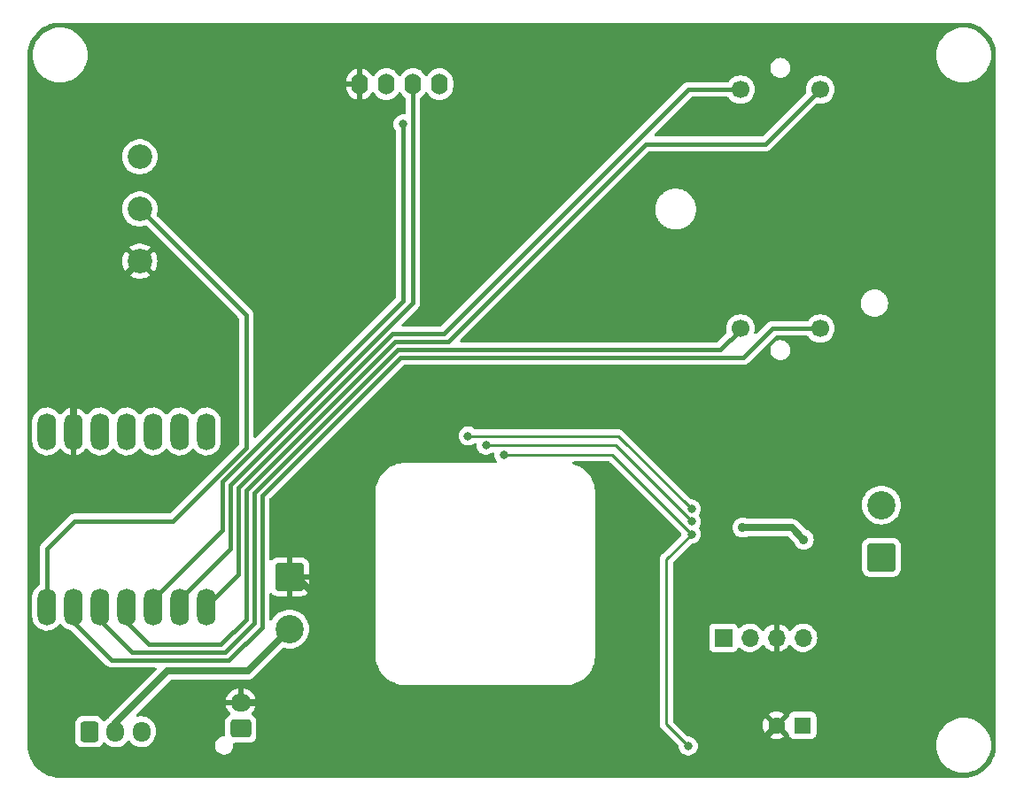
<source format=gbr>
%TF.GenerationSoftware,KiCad,Pcbnew,7.0.10*%
%TF.CreationDate,2024-02-05T19:04:35-08:00*%
%TF.ProjectId,pcb_lab,7063625f-6c61-4622-9e6b-696361645f70,rev?*%
%TF.SameCoordinates,Original*%
%TF.FileFunction,Copper,L2,Bot*%
%TF.FilePolarity,Positive*%
%FSLAX46Y46*%
G04 Gerber Fmt 4.6, Leading zero omitted, Abs format (unit mm)*
G04 Created by KiCad (PCBNEW 7.0.10) date 2024-02-05 19:04:35*
%MOMM*%
%LPD*%
G01*
G04 APERTURE LIST*
G04 Aperture macros list*
%AMRoundRect*
0 Rectangle with rounded corners*
0 $1 Rounding radius*
0 $2 $3 $4 $5 $6 $7 $8 $9 X,Y pos of 4 corners*
0 Add a 4 corners polygon primitive as box body*
4,1,4,$2,$3,$4,$5,$6,$7,$8,$9,$2,$3,0*
0 Add four circle primitives for the rounded corners*
1,1,$1+$1,$2,$3*
1,1,$1+$1,$4,$5*
1,1,$1+$1,$6,$7*
1,1,$1+$1,$8,$9*
0 Add four rect primitives between the rounded corners*
20,1,$1+$1,$2,$3,$4,$5,0*
20,1,$1+$1,$4,$5,$6,$7,0*
20,1,$1+$1,$6,$7,$8,$9,0*
20,1,$1+$1,$8,$9,$2,$3,0*%
G04 Aperture macros list end*
%TA.AperFunction,ComponentPad*%
%ADD10C,2.340000*%
%TD*%
%TA.AperFunction,ComponentPad*%
%ADD11O,1.600000X2.000000*%
%TD*%
%TA.AperFunction,ComponentPad*%
%ADD12RoundRect,0.250000X-0.600000X-0.725000X0.600000X-0.725000X0.600000X0.725000X-0.600000X0.725000X0*%
%TD*%
%TA.AperFunction,ComponentPad*%
%ADD13O,1.700000X1.950000*%
%TD*%
%TA.AperFunction,ComponentPad*%
%ADD14C,1.700000*%
%TD*%
%TA.AperFunction,ComponentPad*%
%ADD15O,1.778000X3.556000*%
%TD*%
%TA.AperFunction,ComponentPad*%
%ADD16RoundRect,0.250001X1.099999X-1.099999X1.099999X1.099999X-1.099999X1.099999X-1.099999X-1.099999X0*%
%TD*%
%TA.AperFunction,ComponentPad*%
%ADD17C,2.700000*%
%TD*%
%TA.AperFunction,ComponentPad*%
%ADD18R,1.600000X1.600000*%
%TD*%
%TA.AperFunction,ComponentPad*%
%ADD19C,1.600000*%
%TD*%
%TA.AperFunction,ComponentPad*%
%ADD20R,1.700000X1.700000*%
%TD*%
%TA.AperFunction,ComponentPad*%
%ADD21O,1.700000X1.700000*%
%TD*%
%TA.AperFunction,ComponentPad*%
%ADD22RoundRect,0.250000X0.725000X-0.600000X0.725000X0.600000X-0.725000X0.600000X-0.725000X-0.600000X0*%
%TD*%
%TA.AperFunction,ComponentPad*%
%ADD23O,1.950000X1.700000*%
%TD*%
%TA.AperFunction,ComponentPad*%
%ADD24RoundRect,0.250001X-1.099999X1.099999X-1.099999X-1.099999X1.099999X-1.099999X1.099999X1.099999X0*%
%TD*%
%TA.AperFunction,ViaPad*%
%ADD25C,1.016000*%
%TD*%
%TA.AperFunction,ViaPad*%
%ADD26C,0.800000*%
%TD*%
%TA.AperFunction,ViaPad*%
%ADD27C,0.889000*%
%TD*%
%TA.AperFunction,Conductor*%
%ADD28C,0.635000*%
%TD*%
%TA.AperFunction,Conductor*%
%ADD29C,0.381000*%
%TD*%
%TA.AperFunction,Conductor*%
%ADD30C,0.254000*%
%TD*%
%TA.AperFunction,Conductor*%
%ADD31C,0.250000*%
%TD*%
G04 APERTURE END LIST*
D10*
%TO.P,RV1,1,1*%
%TO.N,+3.3V*%
X87630000Y-57992000D03*
%TO.P,RV1,2,2*%
%TO.N,/Volumn*%
X87630000Y-62992000D03*
%TO.P,RV1,3,3*%
%TO.N,GND*%
X87630000Y-67992000D03*
%TD*%
D11*
%TO.P,Brd1,1,GND*%
%TO.N,GND*%
X108648000Y-51042000D03*
%TO.P,Brd1,2,VCC*%
%TO.N,+3.3V*%
X111188000Y-51042000D03*
%TO.P,Brd1,3,SCL*%
%TO.N,/SCL*%
X113728000Y-51042000D03*
%TO.P,Brd1,4,SDA*%
%TO.N,/SDA*%
X116268000Y-51042000D03*
%TD*%
D12*
%TO.P,SW1,1,A*%
%TO.N,Net-(BT1-+)*%
X82793200Y-113010600D03*
D13*
%TO.P,SW1,2,B*%
%TO.N,Net-(J1-Pin_2)*%
X85293200Y-113010600D03*
%TO.P,SW1,3,C*%
%TO.N,unconnected-(SW1-C-Pad3)*%
X87793200Y-113010600D03*
%TD*%
D14*
%TO.P,M1,1*%
%TO.N,/M1*%
X145034000Y-51562000D03*
%TO.P,M1,2,-*%
%TO.N,/M2*%
X152654000Y-51562000D03*
%TO.P,M1,3*%
%TO.N,/M3*%
X152654000Y-74422000D03*
%TO.P,M1,4*%
%TO.N,/M4*%
X145034000Y-74422000D03*
%TD*%
D15*
%TO.P,U1,1,GPIO1_A0_D0*%
%TO.N,/Volumn*%
X78740000Y-101041200D03*
%TO.P,U1,2,GPIO2_A1_D1*%
%TO.N,/M3*%
X81280000Y-101041200D03*
%TO.P,U1,3,GPIO3_A2_D2*%
%TO.N,/M4*%
X83820000Y-101041200D03*
%TO.P,U1,4,GPIO4_A3_D3*%
%TO.N,/M2*%
X86360000Y-101041200D03*
%TO.P,U1,5,GPIO4_A3_D3_SDA*%
%TO.N,/SDA*%
X88900000Y-101041200D03*
%TO.P,U1,6,GPIO6_A5_D5_SCL*%
%TO.N,/SCL*%
X91440000Y-101041200D03*
%TO.P,U1,7,GPIO43_TX_D6*%
%TO.N,/M1*%
X93980000Y-101041200D03*
%TO.P,U1,8,5V*%
%TO.N,unconnected-(U1-5V-Pad8)*%
X78740000Y-84277200D03*
%TO.P,U1,9,GND*%
%TO.N,GND*%
X81280000Y-84277200D03*
%TO.P,U1,10,3V3*%
%TO.N,+3.3V*%
X83820000Y-84277200D03*
%TO.P,U1,11,GPIO9_A10_D10_COPI*%
%TO.N,/SDI*%
X86360000Y-84277200D03*
%TO.P,U1,12,GPIO8_A9_D9_CIPO*%
%TO.N,unconnected-(U1-GPIO8_A9_D9_CIPO-Pad12)*%
X88900000Y-84277200D03*
%TO.P,U1,13,GPIO7_A8_D8_SCK*%
%TO.N,/SCK*%
X91440000Y-84277200D03*
%TO.P,U1,14,GPIO44_D7_RX*%
%TO.N,/CS*%
X93980000Y-84277200D03*
%TD*%
D16*
%TO.P,LS1,1,1*%
%TO.N,Net-(U4-OUT+)*%
X158513300Y-96313000D03*
D17*
%TO.P,LS1,2,2*%
%TO.N,Net-(U4-OUT-)*%
X158513300Y-91313000D03*
%TD*%
D18*
%TO.P,C8,1*%
%TO.N,+3.3V*%
X150980300Y-112389200D03*
D19*
%TO.P,C8,2*%
%TO.N,GND*%
X148480300Y-112389200D03*
%TD*%
D20*
%TO.P,D1,1,CIN*%
%TO.N,Net-(D1-CIN)*%
X143400300Y-104013000D03*
D21*
%TO.P,D1,2,DIN*%
%TO.N,Net-(D1-DIN)*%
X145940300Y-104013000D03*
%TO.P,D1,3,GND*%
%TO.N,GND*%
X148480300Y-104013000D03*
%TO.P,D1,4,+5V*%
%TO.N,+3.3V*%
X151020300Y-104013000D03*
%TD*%
D22*
%TO.P,BT1,1,+*%
%TO.N,Net-(BT1-+)*%
X97282000Y-112710600D03*
D23*
%TO.P,BT1,2,-*%
%TO.N,GND*%
X97282000Y-110210600D03*
%TD*%
D24*
%TO.P,J1,1,Pin_1*%
%TO.N,GND*%
X101939000Y-98179500D03*
D17*
%TO.P,J1,2,Pin_2*%
%TO.N,Net-(J1-Pin_2)*%
X101939000Y-103179500D03*
%TD*%
D25*
%TO.N,GND*%
X141351000Y-100203000D03*
X80010000Y-88773000D03*
X81026000Y-87757000D03*
X80010000Y-87757000D03*
X142367000Y-100203000D03*
X141351000Y-101219000D03*
X81026000Y-88773000D03*
X142367000Y-101219000D03*
D26*
%TO.N,/SDA*%
X112776000Y-54864000D03*
D27*
%TO.N,+3.3V*%
X145245300Y-93476700D03*
X151087300Y-94619700D03*
D26*
%TO.N,/SDI*%
X140352300Y-94107000D03*
X140049098Y-114369809D03*
X122428000Y-86487000D03*
%TO.N,/SCK*%
X120713500Y-85598000D03*
X140352300Y-92900500D03*
%TO.N,/CS*%
X140352300Y-91694000D03*
X118999000Y-84709000D03*
%TD*%
D28*
%TO.N,GND*%
X105410000Y-104902000D02*
X110617000Y-110109000D01*
X100101400Y-110210600D02*
X105410000Y-104902000D01*
X114173000Y-110109000D02*
X119761000Y-115697000D01*
X110617000Y-110109000D02*
X114173000Y-110109000D01*
X87630000Y-67992000D02*
X81280000Y-74342000D01*
X119761000Y-115697000D02*
X145172500Y-115697000D01*
X81280000Y-74342000D02*
X81280000Y-85039200D01*
X105410000Y-104902000D02*
X105410000Y-100965000D01*
X97282000Y-110210600D02*
X100101400Y-110210600D01*
X102624500Y-98179500D02*
X101939000Y-98179500D01*
X145172500Y-115697000D02*
X148480300Y-112389200D01*
X105410000Y-100965000D02*
X102624500Y-98179500D01*
D29*
%TO.N,/SCL*%
X91440000Y-100279200D02*
X96266000Y-95453200D01*
X96266000Y-89408000D02*
X113728000Y-71946000D01*
X96266000Y-95453200D02*
X96266000Y-89408000D01*
X113728000Y-71946000D02*
X113728000Y-51042000D01*
%TO.N,/SDA*%
X112776000Y-71818500D02*
X95504000Y-89090500D01*
X95504000Y-89090500D02*
X95504000Y-93675200D01*
X95504000Y-93675200D02*
X88900000Y-100279200D01*
X112776000Y-54864000D02*
X112776000Y-71818500D01*
D28*
%TO.N,+3.3V*%
X145245300Y-93476700D02*
X149944300Y-93476700D01*
X149944300Y-93476700D02*
X151087300Y-94619700D01*
D29*
%TO.N,/M1*%
X94665800Y-100279200D02*
X97028000Y-97917000D01*
X93980000Y-100279200D02*
X94665800Y-100279200D01*
X97028000Y-89662000D02*
X111760000Y-74930000D01*
X111760000Y-74930000D02*
X116713000Y-74930000D01*
X97028000Y-97917000D02*
X97028000Y-89662000D01*
X140081000Y-51562000D02*
X145034000Y-51562000D01*
X116713000Y-74930000D02*
X140081000Y-51562000D01*
%TO.N,/M2*%
X147447000Y-56769000D02*
X152654000Y-51562000D01*
X136017000Y-56769000D02*
X147447000Y-56769000D01*
X117094000Y-75692000D02*
X136017000Y-56769000D01*
X88519000Y-104648000D02*
X95377000Y-104648000D01*
X112014000Y-75692000D02*
X117094000Y-75692000D01*
X86360000Y-100279200D02*
X86360000Y-102489000D01*
X86360000Y-102489000D02*
X88519000Y-104648000D01*
X97790000Y-89916000D02*
X112014000Y-75692000D01*
X97790000Y-102235000D02*
X97790000Y-89916000D01*
X95377000Y-104648000D02*
X97790000Y-102235000D01*
%TO.N,/M3*%
X145288000Y-77216000D02*
X148082000Y-74422000D01*
X96139000Y-106172000D02*
X99314000Y-102997000D01*
X84963000Y-106172000D02*
X96139000Y-106172000D01*
X81280000Y-102489000D02*
X84963000Y-106172000D01*
X148082000Y-74422000D02*
X152654000Y-74422000D01*
X99314000Y-102997000D02*
X99314000Y-90424000D01*
X112522000Y-77216000D02*
X145288000Y-77216000D01*
X99314000Y-90424000D02*
X112522000Y-77216000D01*
X81280000Y-100279200D02*
X81280000Y-102489000D01*
%TO.N,/M4*%
X83820000Y-102362000D02*
X86868000Y-105410000D01*
X112268000Y-76454000D02*
X143129000Y-76454000D01*
X145034000Y-74549000D02*
X145034000Y-74422000D01*
X98552000Y-90170000D02*
X112268000Y-76454000D01*
X98552000Y-102616000D02*
X98552000Y-90170000D01*
X86868000Y-105410000D02*
X95758000Y-105410000D01*
X95758000Y-105410000D02*
X98552000Y-102616000D01*
X143129000Y-76454000D02*
X145034000Y-74549000D01*
X83820000Y-100279200D02*
X83820000Y-102362000D01*
%TO.N,/Volumn*%
X97790000Y-73152000D02*
X87630000Y-62992000D01*
X78740000Y-100279200D02*
X78740000Y-95504000D01*
X90805000Y-92837000D02*
X97790000Y-85852000D01*
X81407000Y-92837000D02*
X90805000Y-92837000D01*
X78740000Y-95504000D02*
X81407000Y-92837000D01*
X97790000Y-85852000D02*
X97790000Y-73152000D01*
D30*
%TO.N,/SDI*%
X140049098Y-114369809D02*
X140041109Y-114369809D01*
X140041109Y-114369809D02*
X137939300Y-112268000D01*
X132732300Y-86487000D02*
X140352300Y-94107000D01*
X122428000Y-86487000D02*
X132732300Y-86487000D01*
X137939300Y-112268000D02*
X137939300Y-96520000D01*
X137939300Y-96520000D02*
X140352300Y-94107000D01*
D31*
%TO.N,/SCK*%
X120904000Y-85598000D02*
X133113300Y-85598000D01*
X133113300Y-85598000D02*
X140352300Y-92837000D01*
%TO.N,/CS*%
X118999000Y-84709000D02*
X133367300Y-84709000D01*
X133367300Y-84709000D02*
X140352300Y-91694000D01*
D28*
%TO.N,Net-(J1-Pin_2)*%
X97930500Y-107188000D02*
X101939000Y-103179500D01*
X90297000Y-107188000D02*
X97930500Y-107188000D01*
X85293200Y-112191800D02*
X90297000Y-107188000D01*
X85293200Y-113010600D02*
X85293200Y-112191800D01*
%TD*%
%TA.AperFunction,Conductor*%
%TO.N,GND*%
G36*
X166373949Y-45160706D02*
G01*
X166686079Y-45177064D01*
X166701811Y-45178718D01*
X167006595Y-45226992D01*
X167022082Y-45230284D01*
X167320148Y-45310150D01*
X167335188Y-45315036D01*
X167623282Y-45425626D01*
X167637746Y-45432066D01*
X167901150Y-45566277D01*
X167912671Y-45572147D01*
X167926395Y-45580070D01*
X168185189Y-45748133D01*
X168198005Y-45757444D01*
X168423271Y-45939861D01*
X168437803Y-45951629D01*
X168449580Y-45962233D01*
X168667766Y-46180419D01*
X168678370Y-46192196D01*
X168760286Y-46293354D01*
X168862075Y-46419053D01*
X168872551Y-46431989D01*
X168881866Y-46444810D01*
X169049929Y-46703604D01*
X169057852Y-46717328D01*
X169197930Y-46992247D01*
X169204376Y-47006724D01*
X169314957Y-47294795D01*
X169319852Y-47309863D01*
X169331346Y-47352757D01*
X169399713Y-47607910D01*
X169403008Y-47623410D01*
X169451279Y-47928173D01*
X169452936Y-47943934D01*
X169469293Y-48256049D01*
X169469500Y-48263973D01*
X169469500Y-114296026D01*
X169469293Y-114303950D01*
X169452936Y-114616065D01*
X169451279Y-114631826D01*
X169403008Y-114936589D01*
X169399713Y-114952089D01*
X169319854Y-115250132D01*
X169314957Y-115265204D01*
X169204376Y-115553275D01*
X169197930Y-115567752D01*
X169057852Y-115842671D01*
X169049929Y-115856395D01*
X168881866Y-116115189D01*
X168872551Y-116128010D01*
X168678370Y-116367803D01*
X168667766Y-116379580D01*
X168449580Y-116597766D01*
X168437803Y-116608370D01*
X168198010Y-116802551D01*
X168185189Y-116811866D01*
X167926395Y-116979929D01*
X167912671Y-116987852D01*
X167637752Y-117127930D01*
X167623275Y-117134376D01*
X167335204Y-117244957D01*
X167320132Y-117249854D01*
X167022089Y-117329713D01*
X167006589Y-117333008D01*
X166701826Y-117381279D01*
X166686065Y-117382936D01*
X166480590Y-117393704D01*
X166373948Y-117399293D01*
X166366027Y-117399500D01*
X80013973Y-117399500D01*
X80006051Y-117399293D01*
X79852278Y-117391234D01*
X79693934Y-117382936D01*
X79678173Y-117381279D01*
X79373410Y-117333008D01*
X79357910Y-117329713D01*
X79158176Y-117276195D01*
X79059863Y-117249852D01*
X79044799Y-117244958D01*
X78756724Y-117134376D01*
X78742247Y-117127930D01*
X78467328Y-116987852D01*
X78453604Y-116979929D01*
X78194810Y-116811866D01*
X78181989Y-116802551D01*
X78146951Y-116774178D01*
X77970901Y-116631615D01*
X77942196Y-116608370D01*
X77930419Y-116597766D01*
X77712233Y-116379580D01*
X77701629Y-116367803D01*
X77658040Y-116313975D01*
X77507444Y-116128005D01*
X77498133Y-116115189D01*
X77330070Y-115856395D01*
X77322147Y-115842671D01*
X77300198Y-115799593D01*
X77182066Y-115567746D01*
X77175623Y-115553275D01*
X77161969Y-115517705D01*
X77065036Y-115265188D01*
X77060150Y-115250148D01*
X76980284Y-114952082D01*
X76976991Y-114936589D01*
X76975484Y-114927074D01*
X76928718Y-114631811D01*
X76927064Y-114616079D01*
X76910707Y-114303949D01*
X76910500Y-114296026D01*
X76910500Y-101989570D01*
X77342500Y-101989570D01*
X77357621Y-102167233D01*
X77417564Y-102397446D01*
X77467498Y-102507913D01*
X77515550Y-102614216D01*
X77515553Y-102614221D01*
X77648763Y-102811311D01*
X77813361Y-102983051D01*
X77813368Y-102983057D01*
X77813369Y-102983058D01*
X78004631Y-103124515D01*
X78217049Y-103231614D01*
X78444511Y-103301273D01*
X78680474Y-103331489D01*
X78680474Y-103331488D01*
X78680475Y-103331489D01*
X78759699Y-103328123D01*
X78918149Y-103321393D01*
X79150699Y-103271275D01*
X79371435Y-103182576D01*
X79574005Y-103057849D01*
X79752582Y-102900681D01*
X79894297Y-102725169D01*
X79957632Y-102679017D01*
X80035561Y-102670715D01*
X80107201Y-102702489D01*
X80137525Y-102735503D01*
X80188763Y-102811311D01*
X80353361Y-102983051D01*
X80353368Y-102983057D01*
X80353369Y-102983058D01*
X80544631Y-103124515D01*
X80757049Y-103231614D01*
X80984511Y-103301273D01*
X81069973Y-103312216D01*
X81142482Y-103341950D01*
X81157798Y-103355334D01*
X84450561Y-106648096D01*
X84456830Y-106654756D01*
X84496069Y-106699048D01*
X84496072Y-106699051D01*
X84544771Y-106732666D01*
X84552135Y-106738085D01*
X84585010Y-106763840D01*
X84598725Y-106774585D01*
X84605653Y-106777702D01*
X84629520Y-106791164D01*
X84635772Y-106795480D01*
X84635777Y-106795482D01*
X84691101Y-106816464D01*
X84699538Y-106819957D01*
X84753518Y-106844252D01*
X84760988Y-106845620D01*
X84787387Y-106852979D01*
X84794490Y-106855673D01*
X84853225Y-106862804D01*
X84862254Y-106864178D01*
X84920486Y-106874850D01*
X84979572Y-106871275D01*
X84988713Y-106871000D01*
X89080347Y-106871000D01*
X89156047Y-106891284D01*
X89211463Y-106946700D01*
X89231747Y-107022400D01*
X89211463Y-107098100D01*
X89187403Y-107129456D01*
X84737219Y-111579638D01*
X84728178Y-111587972D01*
X84689993Y-111620406D01*
X84689990Y-111620409D01*
X84648155Y-111675442D01*
X84607009Y-111712738D01*
X84482469Y-111789421D01*
X84308875Y-111942202D01*
X84304431Y-111946840D01*
X84303485Y-111945933D01*
X84245907Y-111987871D01*
X84167976Y-111996156D01*
X84096343Y-111964365D01*
X84062626Y-111926077D01*
X83992230Y-111811948D01*
X83866852Y-111686570D01*
X83866850Y-111686568D01*
X83715938Y-111593485D01*
X83547623Y-111537712D01*
X83443746Y-111527100D01*
X82142653Y-111527100D01*
X82038777Y-111537712D01*
X81870461Y-111593485D01*
X81719549Y-111686568D01*
X81594168Y-111811949D01*
X81501085Y-111962861D01*
X81445312Y-112131176D01*
X81445312Y-112131177D01*
X81434700Y-112235053D01*
X81434700Y-113786146D01*
X81445312Y-113890022D01*
X81445312Y-113890024D01*
X81445313Y-113890026D01*
X81482653Y-114002714D01*
X81501085Y-114058338D01*
X81594168Y-114209250D01*
X81719549Y-114334631D01*
X81776582Y-114369809D01*
X81870462Y-114427715D01*
X82038774Y-114483487D01*
X82142655Y-114494100D01*
X83443744Y-114494099D01*
X83443746Y-114494099D01*
X83478371Y-114490561D01*
X83547626Y-114483487D01*
X83715938Y-114427715D01*
X83866852Y-114334630D01*
X83992230Y-114209252D01*
X84065023Y-114091235D01*
X84122025Y-114037458D01*
X84198282Y-114019384D01*
X84273361Y-114041860D01*
X84303184Y-114065961D01*
X84392420Y-114159069D01*
X84392432Y-114159080D01*
X84578355Y-114296587D01*
X84723584Y-114369809D01*
X84784843Y-114400695D01*
X85005957Y-114468411D01*
X85235335Y-114497784D01*
X85466378Y-114487969D01*
X85692438Y-114439249D01*
X85907013Y-114353026D01*
X86103930Y-114231779D01*
X86277524Y-114078998D01*
X86422800Y-113899076D01*
X86422801Y-113899074D01*
X86426840Y-113894072D01*
X86428496Y-113895409D01*
X86479887Y-113850799D01*
X86556828Y-113835898D01*
X86630911Y-113861464D01*
X86671599Y-113902141D01*
X86727034Y-113984159D01*
X86732417Y-113992123D01*
X86884825Y-114151143D01*
X86892427Y-114159075D01*
X86892432Y-114159080D01*
X87078355Y-114296587D01*
X87223584Y-114369809D01*
X87284843Y-114400695D01*
X87505957Y-114468411D01*
X87735335Y-114497784D01*
X87966378Y-114487969D01*
X88192438Y-114439249D01*
X88407013Y-114353026D01*
X88553354Y-114262920D01*
X94802630Y-114262920D01*
X94812938Y-114453073D01*
X94863884Y-114636563D01*
X94863887Y-114636570D01*
X94953086Y-114804816D01*
X94953090Y-114804823D01*
X95076368Y-114949956D01*
X95076369Y-114949957D01*
X95227971Y-115065202D01*
X95400803Y-115145162D01*
X95586784Y-115186100D01*
X95586788Y-115186100D01*
X95729461Y-115186100D01*
X95729465Y-115186100D01*
X95871316Y-115170673D01*
X96051780Y-115109867D01*
X96214954Y-115011689D01*
X96353207Y-114880729D01*
X96460075Y-114723110D01*
X96530562Y-114546202D01*
X96561370Y-114358278D01*
X96558184Y-114299503D01*
X96554345Y-114228694D01*
X96570501Y-114152007D01*
X96622837Y-114093673D01*
X96697328Y-114069321D01*
X96705523Y-114069099D01*
X98057546Y-114069099D01*
X98092171Y-114065561D01*
X98161426Y-114058487D01*
X98329738Y-114002715D01*
X98480652Y-113909630D01*
X98606030Y-113784252D01*
X98699115Y-113633338D01*
X98754887Y-113465026D01*
X98765500Y-113361145D01*
X98765499Y-112060056D01*
X98763005Y-112035646D01*
X98758125Y-111987871D01*
X98754887Y-111956174D01*
X98699115Y-111787862D01*
X98632412Y-111679719D01*
X98606031Y-111636949D01*
X98480650Y-111511568D01*
X98355749Y-111434528D01*
X98301968Y-111377524D01*
X98283894Y-111301266D01*
X98306371Y-111226188D01*
X98328174Y-111198613D01*
X98445109Y-111081678D01*
X98580595Y-110888186D01*
X98580598Y-110888181D01*
X98680430Y-110674093D01*
X98737635Y-110460600D01*
X97685969Y-110460600D01*
X97718519Y-110409951D01*
X97757000Y-110278895D01*
X97757000Y-110142305D01*
X97718519Y-110011249D01*
X97685969Y-109960600D01*
X98737635Y-109960600D01*
X98737635Y-109960599D01*
X98680430Y-109747106D01*
X98580600Y-109533023D01*
X98445106Y-109339518D01*
X98278081Y-109172493D01*
X98084576Y-109036999D01*
X97870492Y-108937169D01*
X97870493Y-108937169D01*
X97642320Y-108876030D01*
X97642321Y-108876030D01*
X97532000Y-108866379D01*
X97532000Y-109802581D01*
X97417199Y-109750154D01*
X97315975Y-109735600D01*
X97248025Y-109735600D01*
X97146801Y-109750154D01*
X97032000Y-109802581D01*
X97032000Y-108866379D01*
X96921679Y-108876030D01*
X96693506Y-108937169D01*
X96479423Y-109036999D01*
X96285918Y-109172493D01*
X96118890Y-109339521D01*
X95983404Y-109533013D01*
X95983401Y-109533018D01*
X95883569Y-109747106D01*
X95826364Y-109960599D01*
X95826365Y-109960600D01*
X96878031Y-109960600D01*
X96845481Y-110011249D01*
X96807000Y-110142305D01*
X96807000Y-110278895D01*
X96845481Y-110409951D01*
X96878031Y-110460600D01*
X95826364Y-110460600D01*
X95883569Y-110674093D01*
X95983399Y-110888176D01*
X96118893Y-111081681D01*
X96235825Y-111198613D01*
X96275010Y-111266484D01*
X96275010Y-111344854D01*
X96235825Y-111412725D01*
X96208251Y-111434528D01*
X96083348Y-111511569D01*
X95957968Y-111636949D01*
X95864885Y-111787861D01*
X95809112Y-111956176D01*
X95809112Y-111956177D01*
X95799618Y-112049111D01*
X95798500Y-112060055D01*
X95798500Y-112706487D01*
X95798501Y-113283700D01*
X95778217Y-113359400D01*
X95722801Y-113414816D01*
X95647101Y-113435100D01*
X95634535Y-113435100D01*
X95539967Y-113445384D01*
X95492682Y-113450527D01*
X95312219Y-113511333D01*
X95149046Y-113609511D01*
X95010790Y-113740473D01*
X95010788Y-113740476D01*
X94903925Y-113898088D01*
X94903924Y-113898090D01*
X94833437Y-114075000D01*
X94802630Y-114262920D01*
X88553354Y-114262920D01*
X88603930Y-114231779D01*
X88777524Y-114078998D01*
X88922800Y-113899076D01*
X89035580Y-113697191D01*
X89112619Y-113479150D01*
X89151700Y-113251225D01*
X89151700Y-112827887D01*
X89137001Y-112655182D01*
X89078730Y-112431393D01*
X88983478Y-112220671D01*
X88983475Y-112220666D01*
X88983472Y-112220661D01*
X88853987Y-112029083D01*
X88853983Y-112029077D01*
X88693972Y-111862124D01*
X88693967Y-111862119D01*
X88508044Y-111724612D01*
X88301562Y-111620507D01*
X88301549Y-111620502D01*
X88080451Y-111552791D01*
X88080445Y-111552789D01*
X88080443Y-111552789D01*
X87851065Y-111523416D01*
X87851064Y-111523416D01*
X87620023Y-111533230D01*
X87620019Y-111533231D01*
X87484770Y-111562380D01*
X87406496Y-111558500D01*
X87340648Y-111516002D01*
X87304871Y-111446275D01*
X87308751Y-111368001D01*
X87345815Y-111307324D01*
X90594796Y-108058344D01*
X90662667Y-108019159D01*
X90701852Y-108014000D01*
X97890754Y-108014000D01*
X97903041Y-108014499D01*
X97906976Y-108014819D01*
X97952999Y-108018567D01*
X98028925Y-108008221D01*
X98032945Y-108007729D01*
X98109113Y-107999446D01*
X98109116Y-107999445D01*
X98117130Y-107997681D01*
X98117169Y-107997861D01*
X98123089Y-107996474D01*
X98123045Y-107996296D01*
X98131011Y-107994314D01*
X98131013Y-107994312D01*
X98131021Y-107994312D01*
X98202988Y-107967871D01*
X98206725Y-107966555D01*
X98279374Y-107942078D01*
X98279380Y-107942073D01*
X98286821Y-107938632D01*
X98286897Y-107938798D01*
X98292392Y-107936165D01*
X98292311Y-107936002D01*
X98299666Y-107932354D01*
X98319420Y-107919727D01*
X98364232Y-107891083D01*
X98367627Y-107888976D01*
X98433322Y-107849451D01*
X98433330Y-107849443D01*
X98439859Y-107844481D01*
X98439969Y-107844627D01*
X98444766Y-107840876D01*
X98444652Y-107840734D01*
X98451041Y-107835596D01*
X98451049Y-107835592D01*
X98505258Y-107781381D01*
X98508122Y-107778594D01*
X98563758Y-107725894D01*
X98563760Y-107725890D01*
X98569076Y-107719634D01*
X98569214Y-107719752D01*
X98580275Y-107706364D01*
X100461489Y-105825150D01*
X110160500Y-105825150D01*
X110161051Y-105830040D01*
X110195401Y-106134900D01*
X110196586Y-106145412D01*
X110196587Y-106145423D01*
X110268301Y-106459624D01*
X110268302Y-106459628D01*
X110374751Y-106763841D01*
X110514588Y-107054215D01*
X110514590Y-107054218D01*
X110686065Y-107327119D01*
X110887002Y-107579086D01*
X110887011Y-107579096D01*
X111114903Y-107806988D01*
X111114913Y-107806997D01*
X111366880Y-108007934D01*
X111366883Y-108007936D01*
X111366887Y-108007939D01*
X111639782Y-108179410D01*
X111930160Y-108319249D01*
X112234369Y-108425697D01*
X112548584Y-108497414D01*
X112822686Y-108528298D01*
X112868850Y-108533500D01*
X112868852Y-108533500D01*
X128431150Y-108533500D01*
X128474210Y-108528648D01*
X128751416Y-108497414D01*
X129065631Y-108425697D01*
X129369840Y-108319249D01*
X129660218Y-108179410D01*
X129933113Y-108007939D01*
X130185094Y-107806991D01*
X130412991Y-107579094D01*
X130613939Y-107327113D01*
X130785410Y-107054218D01*
X130925249Y-106763840D01*
X131031697Y-106459631D01*
X131103414Y-106145416D01*
X131138949Y-105830040D01*
X131139500Y-105825150D01*
X131139500Y-90008849D01*
X131123362Y-89865625D01*
X131103414Y-89688584D01*
X131031697Y-89374369D01*
X130925249Y-89070160D01*
X130785410Y-88779782D01*
X130613939Y-88506887D01*
X130613936Y-88506883D01*
X130613934Y-88506880D01*
X130412997Y-88254913D01*
X130412988Y-88254903D01*
X130185096Y-88027011D01*
X130185086Y-88027002D01*
X129933119Y-87826065D01*
X129878419Y-87791695D01*
X129660218Y-87654590D01*
X129660215Y-87654588D01*
X129369841Y-87514751D01*
X129089925Y-87416804D01*
X129025173Y-87372656D01*
X128991169Y-87302047D01*
X128997026Y-87223895D01*
X129041174Y-87159143D01*
X129111783Y-87125139D01*
X129139930Y-87122500D01*
X132406356Y-87122500D01*
X132482056Y-87142784D01*
X132513412Y-87166844D01*
X139346511Y-93999943D01*
X139385696Y-94067814D01*
X139385696Y-94146184D01*
X139346511Y-94214055D01*
X137551357Y-96009208D01*
X137537963Y-96019941D01*
X137538328Y-96020382D01*
X137530994Y-96026448D01*
X137484489Y-96075971D01*
X137481185Y-96079381D01*
X137461659Y-96098908D01*
X137461657Y-96098910D01*
X137459888Y-96101191D01*
X137450640Y-96112018D01*
X137421082Y-96143494D01*
X137421079Y-96143499D01*
X137412240Y-96159576D01*
X137399207Y-96179418D01*
X137387950Y-96193931D01*
X137387948Y-96193935D01*
X137370800Y-96233561D01*
X137364528Y-96246364D01*
X137343730Y-96284197D01*
X137343729Y-96284199D01*
X137339166Y-96301973D01*
X137331474Y-96324441D01*
X137324184Y-96341287D01*
X137324182Y-96341295D01*
X137317429Y-96383933D01*
X137314537Y-96397897D01*
X137303800Y-96439715D01*
X137303800Y-96458068D01*
X137301936Y-96481752D01*
X137299065Y-96499878D01*
X137303128Y-96542859D01*
X137303800Y-96557107D01*
X137303800Y-112181126D01*
X137301917Y-112198179D01*
X137302489Y-112198233D01*
X137301592Y-112207722D01*
X137303725Y-112275598D01*
X137303800Y-112280353D01*
X137303800Y-112307982D01*
X137304160Y-112310834D01*
X137305278Y-112325044D01*
X137306634Y-112368201D01*
X137306635Y-112368206D01*
X137311755Y-112385829D01*
X137316572Y-112409087D01*
X137318873Y-112427300D01*
X137318874Y-112427303D01*
X137334764Y-112467439D01*
X137339382Y-112480925D01*
X137351431Y-112522394D01*
X137360775Y-112538194D01*
X137371223Y-112559522D01*
X137377978Y-112576583D01*
X137377982Y-112576590D01*
X137403364Y-112611526D01*
X137411194Y-112623446D01*
X137433164Y-112660596D01*
X137446139Y-112673571D01*
X137461567Y-112691635D01*
X137472357Y-112706486D01*
X137472358Y-112706487D01*
X137505622Y-112734005D01*
X137516173Y-112743605D01*
X139096886Y-114324318D01*
X139136071Y-114392189D01*
X139140401Y-114415548D01*
X139155556Y-114559740D01*
X139214570Y-114741362D01*
X139214571Y-114741365D01*
X139310055Y-114906750D01*
X139310058Y-114906753D01*
X139432912Y-115043197D01*
X139437845Y-115048675D01*
X139522067Y-115109866D01*
X139592344Y-115160926D01*
X139592346Y-115160927D01*
X139766810Y-115238603D01*
X139953611Y-115278309D01*
X139953614Y-115278309D01*
X140144582Y-115278309D01*
X140144585Y-115278309D01*
X140331386Y-115238603D01*
X140505850Y-115160927D01*
X140660351Y-115048675D01*
X140788138Y-114906753D01*
X140796927Y-114891531D01*
X140813997Y-114861964D01*
X140883625Y-114741365D01*
X140942640Y-114559737D01*
X140962602Y-114369809D01*
X140955265Y-114300000D01*
X163749719Y-114300000D01*
X163768823Y-114615840D01*
X163825860Y-114927075D01*
X163906575Y-115186098D01*
X163919995Y-115229164D01*
X164009325Y-115427648D01*
X164049855Y-115517703D01*
X164049861Y-115517713D01*
X164213554Y-115788495D01*
X164408691Y-116037567D01*
X164632432Y-116261308D01*
X164881504Y-116456445D01*
X164915561Y-116477033D01*
X165152295Y-116620144D01*
X165440836Y-116750005D01*
X165742926Y-116844140D01*
X165984325Y-116888378D01*
X166054159Y-116901176D01*
X166054158Y-116901176D01*
X166088244Y-116903237D01*
X166370000Y-116920281D01*
X166685840Y-116901176D01*
X166997074Y-116844140D01*
X167299164Y-116750005D01*
X167587705Y-116620144D01*
X167858489Y-116456449D01*
X167858491Y-116456447D01*
X167858495Y-116456445D01*
X167996387Y-116348413D01*
X168107568Y-116261308D01*
X168331308Y-116037568D01*
X168484000Y-115842671D01*
X168526445Y-115788495D01*
X168532958Y-115777721D01*
X168690144Y-115517705D01*
X168820005Y-115229164D01*
X168914140Y-114927074D01*
X168971176Y-114615840D01*
X168990281Y-114300000D01*
X168971176Y-113984160D01*
X168914140Y-113672926D01*
X168820005Y-113370836D01*
X168690144Y-113082295D01*
X168526449Y-112811511D01*
X168526445Y-112811504D01*
X168331308Y-112562432D01*
X168107567Y-112338691D01*
X167858495Y-112143554D01*
X167587713Y-111979861D01*
X167587703Y-111979855D01*
X167514346Y-111946840D01*
X167299164Y-111849995D01*
X167299157Y-111849992D01*
X167299155Y-111849992D01*
X166997075Y-111755860D01*
X166685840Y-111698823D01*
X166685841Y-111698823D01*
X166370000Y-111679719D01*
X166054159Y-111698823D01*
X165742924Y-111755860D01*
X165440844Y-111849992D01*
X165440838Y-111849994D01*
X165440836Y-111849995D01*
X165328584Y-111900515D01*
X165152296Y-111979855D01*
X165152286Y-111979861D01*
X164881504Y-112143554D01*
X164632432Y-112338691D01*
X164408691Y-112562432D01*
X164213554Y-112811504D01*
X164049861Y-113082286D01*
X164049855Y-113082296D01*
X164004537Y-113182990D01*
X163959212Y-113283700D01*
X163919994Y-113370839D01*
X163919992Y-113370844D01*
X163825860Y-113672924D01*
X163768823Y-113984159D01*
X163749719Y-114300000D01*
X140955265Y-114300000D01*
X140942640Y-114179881D01*
X140883625Y-113998253D01*
X140832459Y-113909631D01*
X140788140Y-113832867D01*
X140788137Y-113832864D01*
X140660353Y-113690945D01*
X140660352Y-113690944D01*
X140660351Y-113690943D01*
X140556468Y-113615467D01*
X140505851Y-113578691D01*
X140505847Y-113578689D01*
X140331387Y-113501015D01*
X140284685Y-113491088D01*
X140144585Y-113461309D01*
X140144582Y-113461309D01*
X140094053Y-113461309D01*
X140018353Y-113441025D01*
X139986997Y-113416965D01*
X138959233Y-112389200D01*
X147175334Y-112389200D01*
X147195158Y-112615805D01*
X147254032Y-112835521D01*
X147254034Y-112835528D01*
X147350167Y-113041685D01*
X147350170Y-113041690D01*
X147401273Y-113114671D01*
X147401274Y-113114672D01*
X148082345Y-112433599D01*
X148095135Y-112514348D01*
X148152659Y-112627245D01*
X148242255Y-112716841D01*
X148355152Y-112774365D01*
X148435899Y-112787153D01*
X147754827Y-113468225D01*
X147827813Y-113519331D01*
X147827819Y-113519335D01*
X148033966Y-113615463D01*
X148033978Y-113615467D01*
X148253694Y-113674341D01*
X148480300Y-113694165D01*
X148706905Y-113674341D01*
X148926621Y-113615467D01*
X148926633Y-113615463D01*
X149132776Y-113519337D01*
X149132790Y-113519329D01*
X149205771Y-113468225D01*
X149205771Y-113468224D01*
X148524700Y-112787153D01*
X148605448Y-112774365D01*
X148718345Y-112716841D01*
X148807941Y-112627245D01*
X148865465Y-112514348D01*
X148878253Y-112433600D01*
X149575195Y-113130542D01*
X149586950Y-113132615D01*
X149646986Y-113182990D01*
X149673499Y-113253647D01*
X149678309Y-113298393D01*
X149678313Y-113298406D01*
X149729409Y-113435401D01*
X149729410Y-113435403D01*
X149729411Y-113435404D01*
X149817039Y-113552461D01*
X149934096Y-113640089D01*
X149934097Y-113640089D01*
X149934098Y-113640090D01*
X149968346Y-113652864D01*
X150071099Y-113691189D01*
X150131662Y-113697700D01*
X150131667Y-113697700D01*
X151828933Y-113697700D01*
X151828938Y-113697700D01*
X151889501Y-113691189D01*
X152026504Y-113640089D01*
X152143561Y-113552461D01*
X152231189Y-113435404D01*
X152282289Y-113298401D01*
X152288800Y-113237838D01*
X152288800Y-111540562D01*
X152282289Y-111479999D01*
X152243964Y-111377246D01*
X152231190Y-111342998D01*
X152231189Y-111342996D01*
X152143561Y-111225939D01*
X152026504Y-111138311D01*
X152026503Y-111138310D01*
X152026501Y-111138309D01*
X151889506Y-111087213D01*
X151889501Y-111087211D01*
X151828938Y-111080700D01*
X150131662Y-111080700D01*
X150081192Y-111086125D01*
X150071098Y-111087211D01*
X150071093Y-111087213D01*
X149934098Y-111138309D01*
X149817039Y-111225939D01*
X149729409Y-111342998D01*
X149678313Y-111479993D01*
X149678309Y-111480006D01*
X149673499Y-111524752D01*
X149645239Y-111597850D01*
X149584217Y-111647024D01*
X149574396Y-111648655D01*
X148878253Y-112344798D01*
X148865465Y-112264052D01*
X148807941Y-112151155D01*
X148718345Y-112061559D01*
X148605448Y-112004035D01*
X148524699Y-111991245D01*
X149205772Y-111310174D01*
X149205771Y-111310173D01*
X149132790Y-111259070D01*
X149132785Y-111259067D01*
X148926628Y-111162934D01*
X148926621Y-111162932D01*
X148706905Y-111104058D01*
X148480300Y-111084234D01*
X148253694Y-111104058D01*
X148033978Y-111162932D01*
X148033971Y-111162934D01*
X147827814Y-111259067D01*
X147827811Y-111259069D01*
X147754826Y-111310173D01*
X148435899Y-111991246D01*
X148355152Y-112004035D01*
X148242255Y-112061559D01*
X148152659Y-112151155D01*
X148095135Y-112264052D01*
X148082346Y-112344799D01*
X147401273Y-111663726D01*
X147350169Y-111736711D01*
X147350167Y-111736714D01*
X147254034Y-111942871D01*
X147254032Y-111942878D01*
X147195158Y-112162594D01*
X147175334Y-112389200D01*
X138959233Y-112389200D01*
X138619144Y-112049111D01*
X138579959Y-111981240D01*
X138574800Y-111942055D01*
X138574800Y-104911638D01*
X142041800Y-104911638D01*
X142047631Y-104965874D01*
X142048311Y-104972201D01*
X142048313Y-104972206D01*
X142099409Y-105109201D01*
X142099410Y-105109203D01*
X142099411Y-105109204D01*
X142187039Y-105226261D01*
X142304096Y-105313889D01*
X142304097Y-105313889D01*
X142304098Y-105313890D01*
X142338346Y-105326664D01*
X142441099Y-105364989D01*
X142501662Y-105371500D01*
X142501667Y-105371500D01*
X144298933Y-105371500D01*
X144298938Y-105371500D01*
X144359501Y-105364989D01*
X144496504Y-105313889D01*
X144613561Y-105226261D01*
X144701189Y-105109204D01*
X144730838Y-105029711D01*
X144776297Y-104965874D01*
X144847585Y-104933317D01*
X144925601Y-104940767D01*
X144984079Y-104980080D01*
X145017060Y-105015906D01*
X145034798Y-105029712D01*
X145194725Y-105154190D01*
X145392722Y-105261340D01*
X145392725Y-105261342D01*
X145465802Y-105286429D01*
X145605665Y-105334444D01*
X145753709Y-105359148D01*
X145827730Y-105371500D01*
X145827731Y-105371500D01*
X146052870Y-105371500D01*
X146117081Y-105360785D01*
X146274935Y-105334444D01*
X146487874Y-105261342D01*
X146685876Y-105154189D01*
X146863540Y-105015906D01*
X147016022Y-104850268D01*
X147087898Y-104740253D01*
X147146279Y-104687977D01*
X147222981Y-104671894D01*
X147297449Y-104696316D01*
X147338661Y-104736224D01*
X147442190Y-104884078D01*
X147609221Y-105051109D01*
X147802713Y-105186595D01*
X147802718Y-105186598D01*
X148016805Y-105286429D01*
X148016812Y-105286431D01*
X148230298Y-105343634D01*
X148230300Y-105343634D01*
X148230300Y-104448501D01*
X148337985Y-104497680D01*
X148444537Y-104513000D01*
X148516063Y-104513000D01*
X148622615Y-104497680D01*
X148730300Y-104448501D01*
X148730300Y-105343634D01*
X148730301Y-105343634D01*
X148943787Y-105286431D01*
X148943794Y-105286429D01*
X149157881Y-105186598D01*
X149157886Y-105186595D01*
X149351378Y-105051109D01*
X149518408Y-104884079D01*
X149621937Y-104736225D01*
X149681972Y-104685849D01*
X149759152Y-104672240D01*
X149832796Y-104699044D01*
X149872702Y-104740254D01*
X149944578Y-104850268D01*
X149975703Y-104884078D01*
X150090527Y-105008810D01*
X150097060Y-105015906D01*
X150114798Y-105029712D01*
X150274725Y-105154190D01*
X150472722Y-105261340D01*
X150472725Y-105261342D01*
X150545802Y-105286429D01*
X150685665Y-105334444D01*
X150833709Y-105359148D01*
X150907730Y-105371500D01*
X150907731Y-105371500D01*
X151132870Y-105371500D01*
X151197081Y-105360785D01*
X151354935Y-105334444D01*
X151567874Y-105261342D01*
X151765876Y-105154189D01*
X151943540Y-105015906D01*
X152096022Y-104850268D01*
X152219160Y-104661791D01*
X152309596Y-104455616D01*
X152364864Y-104237368D01*
X152383456Y-104013000D01*
X152364864Y-103788632D01*
X152309596Y-103570384D01*
X152309595Y-103570381D01*
X152309595Y-103570380D01*
X152219163Y-103364216D01*
X152219160Y-103364210D01*
X152219160Y-103364209D01*
X152096022Y-103175732D01*
X151943540Y-103010094D01*
X151898314Y-102974893D01*
X151765874Y-102871809D01*
X151567877Y-102764659D01*
X151567874Y-102764657D01*
X151354941Y-102691558D01*
X151354932Y-102691555D01*
X151132870Y-102654500D01*
X151132869Y-102654500D01*
X150907731Y-102654500D01*
X150907730Y-102654500D01*
X150685667Y-102691555D01*
X150685658Y-102691558D01*
X150472725Y-102764657D01*
X150472722Y-102764659D01*
X150274725Y-102871809D01*
X150097059Y-103010094D01*
X150097058Y-103010095D01*
X149944580Y-103175729D01*
X149944576Y-103175734D01*
X149872704Y-103285743D01*
X149814319Y-103338022D01*
X149737616Y-103354105D01*
X149663149Y-103329682D01*
X149621937Y-103289775D01*
X149518406Y-103141918D01*
X149351378Y-102974890D01*
X149157886Y-102839404D01*
X149157881Y-102839401D01*
X148943792Y-102739569D01*
X148943793Y-102739569D01*
X148730300Y-102682364D01*
X148730300Y-103577498D01*
X148622615Y-103528320D01*
X148516063Y-103513000D01*
X148444537Y-103513000D01*
X148337985Y-103528320D01*
X148230300Y-103577498D01*
X148230300Y-102682364D01*
X148230299Y-102682364D01*
X148016806Y-102739569D01*
X147802723Y-102839399D01*
X147609218Y-102974893D01*
X147442190Y-103141921D01*
X147338661Y-103289775D01*
X147278626Y-103340150D01*
X147201446Y-103353759D01*
X147127802Y-103326954D01*
X147087897Y-103285745D01*
X147022389Y-103185477D01*
X147016023Y-103175733D01*
X147016019Y-103175729D01*
X146863541Y-103010095D01*
X146863540Y-103010094D01*
X146685874Y-102871809D01*
X146487877Y-102764659D01*
X146487874Y-102764657D01*
X146274941Y-102691558D01*
X146274932Y-102691555D01*
X146052870Y-102654500D01*
X146052869Y-102654500D01*
X145827731Y-102654500D01*
X145827730Y-102654500D01*
X145605667Y-102691555D01*
X145605658Y-102691558D01*
X145392725Y-102764657D01*
X145392722Y-102764659D01*
X145194725Y-102871809D01*
X145017062Y-103010092D01*
X144984080Y-103045920D01*
X144917886Y-103087875D01*
X144839582Y-103091113D01*
X144770150Y-103054766D01*
X144730838Y-102996287D01*
X144701190Y-102916798D01*
X144701189Y-102916796D01*
X144613561Y-102799739D01*
X144496504Y-102712111D01*
X144496503Y-102712110D01*
X144496501Y-102712109D01*
X144359506Y-102661013D01*
X144359501Y-102661011D01*
X144298938Y-102654500D01*
X142501662Y-102654500D01*
X142451192Y-102659925D01*
X142441098Y-102661011D01*
X142441093Y-102661013D01*
X142304098Y-102712109D01*
X142187039Y-102799739D01*
X142099409Y-102916798D01*
X142048313Y-103053793D01*
X142048311Y-103053799D01*
X142041800Y-103114362D01*
X142041800Y-104911638D01*
X138574800Y-104911638D01*
X138574800Y-97463545D01*
X156654800Y-97463545D01*
X156665412Y-97567420D01*
X156665412Y-97567422D01*
X156721185Y-97735738D01*
X156814268Y-97886649D01*
X156939650Y-98012031D01*
X156986898Y-98041174D01*
X157090562Y-98105115D01*
X157258875Y-98160887D01*
X157321203Y-98167254D01*
X157362754Y-98171500D01*
X157362756Y-98171500D01*
X159663846Y-98171500D01*
X159693524Y-98168467D01*
X159767725Y-98160887D01*
X159936038Y-98105115D01*
X160086951Y-98012030D01*
X160212330Y-97886651D01*
X160305415Y-97735738D01*
X160361187Y-97567425D01*
X160371800Y-97463544D01*
X160371800Y-95162456D01*
X160370185Y-95146653D01*
X160364719Y-95093148D01*
X160361187Y-95058575D01*
X160305415Y-94890262D01*
X160241022Y-94785866D01*
X160212331Y-94739350D01*
X160086949Y-94613968D01*
X159936038Y-94520885D01*
X159808285Y-94478553D01*
X159767725Y-94465113D01*
X159767723Y-94465112D01*
X159767721Y-94465112D01*
X159663846Y-94454500D01*
X159663844Y-94454500D01*
X157362756Y-94454500D01*
X157362754Y-94454500D01*
X157258879Y-94465112D01*
X157258877Y-94465112D01*
X157090561Y-94520885D01*
X156939650Y-94613968D01*
X156814268Y-94739350D01*
X156721185Y-94890261D01*
X156665412Y-95058577D01*
X156665412Y-95058579D01*
X156654800Y-95162454D01*
X156654800Y-97463545D01*
X138574800Y-97463545D01*
X138574800Y-96845944D01*
X138595084Y-96770244D01*
X138619144Y-96738888D01*
X140298188Y-95059844D01*
X140366059Y-95020659D01*
X140405244Y-95015500D01*
X140447784Y-95015500D01*
X140447787Y-95015500D01*
X140634588Y-94975794D01*
X140809052Y-94898118D01*
X140963553Y-94785866D01*
X141091340Y-94643944D01*
X141186827Y-94478556D01*
X141245842Y-94296928D01*
X141265804Y-94107000D01*
X141245842Y-93917072D01*
X141186827Y-93735444D01*
X141096764Y-93579450D01*
X141076480Y-93503750D01*
X141083728Y-93476700D01*
X144287689Y-93476700D01*
X144306089Y-93663521D01*
X144360581Y-93843159D01*
X144360583Y-93843162D01*
X144449076Y-94008720D01*
X144568167Y-94153833D01*
X144713280Y-94272924D01*
X144851948Y-94347044D01*
X144878840Y-94361418D01*
X144943661Y-94381081D01*
X145058479Y-94415911D01*
X145245300Y-94434311D01*
X145432121Y-94415911D01*
X145611762Y-94361417D01*
X145688168Y-94320576D01*
X145759537Y-94302700D01*
X149539447Y-94302700D01*
X149615147Y-94322984D01*
X149646503Y-94347044D01*
X150139608Y-94840149D01*
X150177432Y-94903254D01*
X150202582Y-94986159D01*
X150202583Y-94986162D01*
X150291076Y-95151720D01*
X150410167Y-95296833D01*
X150555280Y-95415924D01*
X150668647Y-95476520D01*
X150720840Y-95504418D01*
X150774034Y-95520554D01*
X150900479Y-95558911D01*
X151087300Y-95577311D01*
X151274121Y-95558911D01*
X151438933Y-95508915D01*
X151453759Y-95504418D01*
X151453759Y-95504417D01*
X151453762Y-95504417D01*
X151619320Y-95415924D01*
X151764433Y-95296833D01*
X151883524Y-95151720D01*
X151972017Y-94986162D01*
X152026511Y-94806521D01*
X152044911Y-94619700D01*
X152026511Y-94432879D01*
X151977989Y-94272924D01*
X151972018Y-94253240D01*
X151951073Y-94214055D01*
X151883524Y-94087680D01*
X151764433Y-93942567D01*
X151619320Y-93823476D01*
X151453762Y-93734983D01*
X151453761Y-93734982D01*
X151453760Y-93734982D01*
X151370854Y-93709832D01*
X151307749Y-93672008D01*
X150556467Y-92920726D01*
X150548133Y-92911685D01*
X150515690Y-92873491D01*
X150454688Y-92827118D01*
X150451458Y-92824593D01*
X150391779Y-92776621D01*
X150384865Y-92772202D01*
X150384961Y-92772050D01*
X150379786Y-92768840D01*
X150379694Y-92768995D01*
X150372656Y-92764760D01*
X150303105Y-92732582D01*
X150299410Y-92730811D01*
X150230822Y-92696794D01*
X150223118Y-92693964D01*
X150223179Y-92693796D01*
X150217430Y-92691772D01*
X150217373Y-92691942D01*
X150209593Y-92689320D01*
X150143679Y-92674812D01*
X150134797Y-92672856D01*
X150130825Y-92671926D01*
X150056468Y-92653435D01*
X150056466Y-92653434D01*
X150056463Y-92653434D01*
X150048339Y-92652327D01*
X150048362Y-92652150D01*
X150042309Y-92651409D01*
X150042290Y-92651587D01*
X150034133Y-92650700D01*
X150034132Y-92650700D01*
X149957533Y-92650700D01*
X149953433Y-92650644D01*
X149952283Y-92650612D01*
X149876873Y-92648569D01*
X149868693Y-92649236D01*
X149868678Y-92649055D01*
X149851374Y-92650700D01*
X145759537Y-92650700D01*
X145688168Y-92632823D01*
X145650449Y-92612662D01*
X145611759Y-92591981D01*
X145432121Y-92537489D01*
X145245300Y-92519089D01*
X145058478Y-92537489D01*
X144878840Y-92591981D01*
X144713279Y-92680476D01*
X144568167Y-92799567D01*
X144449076Y-92944679D01*
X144360581Y-93110240D01*
X144306089Y-93289878D01*
X144287689Y-93476700D01*
X141083728Y-93476700D01*
X141096764Y-93428050D01*
X141133713Y-93364052D01*
X141186827Y-93272056D01*
X141245842Y-93090428D01*
X141265804Y-92900500D01*
X141245842Y-92710572D01*
X141239733Y-92691772D01*
X141220580Y-92632823D01*
X141186827Y-92528944D01*
X141096764Y-92372950D01*
X141076480Y-92297250D01*
X141096764Y-92221550D01*
X141140271Y-92146193D01*
X141186827Y-92065556D01*
X141245842Y-91883928D01*
X141265804Y-91694000D01*
X141245842Y-91504072D01*
X141186827Y-91322444D01*
X141181377Y-91313004D01*
X156650053Y-91313004D01*
X156669016Y-91578161D01*
X156725526Y-91837931D01*
X156725529Y-91837942D01*
X156818426Y-92087011D01*
X156818433Y-92087025D01*
X156945836Y-92320345D01*
X156945838Y-92320349D01*
X157105146Y-92533160D01*
X157105149Y-92533163D01*
X157105152Y-92533167D01*
X157293133Y-92721148D01*
X157293136Y-92721150D01*
X157293139Y-92721153D01*
X157431319Y-92824593D01*
X157505953Y-92880463D01*
X157739279Y-93007869D01*
X157739282Y-93007870D01*
X157739288Y-93007873D01*
X157988357Y-93100770D01*
X157988359Y-93100770D01*
X157988363Y-93100772D01*
X158248132Y-93157282D01*
X158248137Y-93157282D01*
X158248140Y-93157283D01*
X158248137Y-93157283D01*
X158513296Y-93176247D01*
X158513300Y-93176247D01*
X158513304Y-93176247D01*
X158778461Y-93157283D01*
X158778464Y-93157282D01*
X158778468Y-93157282D01*
X159038237Y-93100772D01*
X159121265Y-93069804D01*
X159287311Y-93007873D01*
X159287313Y-93007871D01*
X159287321Y-93007869D01*
X159520647Y-92880463D01*
X159733467Y-92721148D01*
X159921448Y-92533167D01*
X160080763Y-92320347D01*
X160208169Y-92087021D01*
X160301072Y-91837937D01*
X160357582Y-91578168D01*
X160362882Y-91504072D01*
X160376547Y-91313004D01*
X160376547Y-91312995D01*
X160357583Y-91047838D01*
X160326049Y-90902882D01*
X160301072Y-90788063D01*
X160300116Y-90785500D01*
X160208173Y-90538988D01*
X160208166Y-90538974D01*
X160080763Y-90305653D01*
X159979589Y-90170500D01*
X159921453Y-90092839D01*
X159921450Y-90092836D01*
X159921448Y-90092833D01*
X159733467Y-89904852D01*
X159733463Y-89904849D01*
X159733460Y-89904846D01*
X159520649Y-89745538D01*
X159520645Y-89745536D01*
X159287325Y-89618133D01*
X159287311Y-89618126D01*
X159038242Y-89525229D01*
X159038231Y-89525226D01*
X158778459Y-89468716D01*
X158778462Y-89468716D01*
X158513304Y-89449753D01*
X158513296Y-89449753D01*
X158248138Y-89468716D01*
X157988368Y-89525226D01*
X157988357Y-89525229D01*
X157739288Y-89618126D01*
X157739274Y-89618133D01*
X157505954Y-89745536D01*
X157505950Y-89745538D01*
X157293139Y-89904846D01*
X157105146Y-90092839D01*
X156945838Y-90305650D01*
X156945836Y-90305654D01*
X156818433Y-90538974D01*
X156818426Y-90538988D01*
X156725529Y-90788057D01*
X156725526Y-90788068D01*
X156669016Y-91047838D01*
X156650053Y-91312995D01*
X156650053Y-91313004D01*
X141181377Y-91313004D01*
X141154998Y-91267314D01*
X141091342Y-91157058D01*
X141091339Y-91157055D01*
X140963555Y-91015136D01*
X140963554Y-91015135D01*
X140963553Y-91015134D01*
X140897201Y-90966926D01*
X140809053Y-90902882D01*
X140809049Y-90902880D01*
X140634589Y-90825206D01*
X140587887Y-90815279D01*
X140447787Y-90785500D01*
X140447784Y-90785500D01*
X140402416Y-90785500D01*
X140326716Y-90765216D01*
X140295360Y-90741156D01*
X137091075Y-87536871D01*
X133876525Y-84322320D01*
X133865814Y-84308949D01*
X133865369Y-84309318D01*
X133859301Y-84301982D01*
X133809959Y-84255648D01*
X133806544Y-84252339D01*
X133787070Y-84232865D01*
X133787060Y-84232857D01*
X133784815Y-84231115D01*
X133773983Y-84221863D01*
X133742623Y-84192416D01*
X133742617Y-84192411D01*
X133726619Y-84183616D01*
X133706762Y-84170572D01*
X133692346Y-84159389D01*
X133692343Y-84159387D01*
X133692341Y-84159386D01*
X133652839Y-84142292D01*
X133640066Y-84136034D01*
X133602360Y-84115305D01*
X133602357Y-84115304D01*
X133602354Y-84115302D01*
X133584673Y-84110763D01*
X133562201Y-84103069D01*
X133545450Y-84095820D01*
X133545442Y-84095818D01*
X133502962Y-84089090D01*
X133488998Y-84086198D01*
X133447331Y-84075500D01*
X133447330Y-84075500D01*
X133429073Y-84075500D01*
X133405389Y-84073636D01*
X133387357Y-84070780D01*
X133344533Y-84074828D01*
X133330286Y-84075500D01*
X119718509Y-84075500D01*
X119642809Y-84055216D01*
X119617094Y-84034397D01*
X119616152Y-84035445D01*
X119610256Y-84030136D01*
X119455753Y-83917882D01*
X119455749Y-83917880D01*
X119281289Y-83840206D01*
X119234587Y-83830279D01*
X119094487Y-83800500D01*
X118903513Y-83800500D01*
X118791432Y-83824323D01*
X118716710Y-83840206D01*
X118542250Y-83917880D01*
X118542246Y-83917882D01*
X118387744Y-84030136D01*
X118259960Y-84172055D01*
X118259957Y-84172058D01*
X118164473Y-84337443D01*
X118164472Y-84337446D01*
X118105458Y-84519068D01*
X118085496Y-84709000D01*
X118105458Y-84898931D01*
X118164472Y-85080553D01*
X118164473Y-85080556D01*
X118259957Y-85245941D01*
X118259960Y-85245944D01*
X118376423Y-85375290D01*
X118387747Y-85387866D01*
X118433512Y-85421116D01*
X118542246Y-85500117D01*
X118542248Y-85500118D01*
X118716712Y-85577794D01*
X118903513Y-85617500D01*
X118903516Y-85617500D01*
X119094484Y-85617500D01*
X119094487Y-85617500D01*
X119281288Y-85577794D01*
X119455752Y-85500118D01*
X119564490Y-85421114D01*
X119637652Y-85393030D01*
X119715057Y-85405289D01*
X119775963Y-85454608D01*
X119804049Y-85527773D01*
X119804050Y-85559423D01*
X119799996Y-85597997D01*
X119799996Y-85598000D01*
X119803722Y-85633447D01*
X119819958Y-85787931D01*
X119878972Y-85969553D01*
X119878973Y-85969556D01*
X119974457Y-86134941D01*
X119974460Y-86134944D01*
X120050196Y-86219058D01*
X120102247Y-86276866D01*
X120148012Y-86310116D01*
X120256746Y-86389117D01*
X120256748Y-86389118D01*
X120431212Y-86466794D01*
X120618013Y-86506500D01*
X120618016Y-86506500D01*
X120808984Y-86506500D01*
X120808987Y-86506500D01*
X120995788Y-86466794D01*
X121170252Y-86389118D01*
X121278990Y-86310114D01*
X121352152Y-86282030D01*
X121429557Y-86294289D01*
X121490463Y-86343608D01*
X121518549Y-86416773D01*
X121518550Y-86448423D01*
X121514496Y-86486997D01*
X121514496Y-86487000D01*
X121519353Y-86533212D01*
X121534458Y-86676931D01*
X121593472Y-86858553D01*
X121593473Y-86858556D01*
X121688957Y-87023941D01*
X121688960Y-87023944D01*
X121710435Y-87047795D01*
X121746014Y-87117623D01*
X121741912Y-87195886D01*
X121699227Y-87261613D01*
X121629399Y-87297192D01*
X121597922Y-87300500D01*
X112868850Y-87300500D01*
X112740744Y-87314934D01*
X112548584Y-87336586D01*
X112548582Y-87336586D01*
X112548576Y-87336587D01*
X112234375Y-87408301D01*
X112234371Y-87408302D01*
X111930158Y-87514751D01*
X111639784Y-87654588D01*
X111639781Y-87654590D01*
X111366880Y-87826065D01*
X111114913Y-88027002D01*
X111114903Y-88027011D01*
X110887011Y-88254903D01*
X110887002Y-88254913D01*
X110686065Y-88506880D01*
X110514590Y-88779781D01*
X110514588Y-88779784D01*
X110374751Y-89070158D01*
X110268302Y-89374371D01*
X110268301Y-89374375D01*
X110196587Y-89688576D01*
X110196586Y-89688587D01*
X110160500Y-90008849D01*
X110160500Y-105825150D01*
X100461489Y-105825150D01*
X101277831Y-105008808D01*
X101345700Y-104969625D01*
X101417067Y-104967926D01*
X101521992Y-104990750D01*
X101673832Y-105023782D01*
X101673837Y-105023782D01*
X101673840Y-105023783D01*
X101673837Y-105023783D01*
X101938996Y-105042747D01*
X101939000Y-105042747D01*
X101939004Y-105042747D01*
X102204161Y-105023783D01*
X102204164Y-105023782D01*
X102204168Y-105023782D01*
X102463937Y-104967272D01*
X102554974Y-104933317D01*
X102713011Y-104874373D01*
X102713013Y-104874371D01*
X102713021Y-104874369D01*
X102946347Y-104746963D01*
X103159167Y-104587648D01*
X103347148Y-104399667D01*
X103506463Y-104186847D01*
X103633869Y-103953521D01*
X103637480Y-103943841D01*
X103726770Y-103704442D01*
X103726772Y-103704437D01*
X103783282Y-103444668D01*
X103784432Y-103428599D01*
X103802247Y-103179504D01*
X103802247Y-103179495D01*
X103783283Y-102914338D01*
X103774031Y-102871809D01*
X103726772Y-102654563D01*
X103726749Y-102654500D01*
X103633873Y-102405488D01*
X103633866Y-102405474D01*
X103629483Y-102397447D01*
X103506463Y-102172153D01*
X103502779Y-102167232D01*
X103347153Y-101959339D01*
X103347150Y-101959336D01*
X103347148Y-101959333D01*
X103159167Y-101771352D01*
X103159163Y-101771349D01*
X103159160Y-101771346D01*
X102946349Y-101612038D01*
X102946345Y-101612036D01*
X102713025Y-101484633D01*
X102713011Y-101484626D01*
X102463942Y-101391729D01*
X102463931Y-101391726D01*
X102204159Y-101335216D01*
X102204162Y-101335216D01*
X101939004Y-101316253D01*
X101938996Y-101316253D01*
X101673838Y-101335216D01*
X101414068Y-101391726D01*
X101414057Y-101391729D01*
X101164988Y-101484626D01*
X101164974Y-101484633D01*
X100931654Y-101612036D01*
X100931650Y-101612038D01*
X100718839Y-101771346D01*
X100530846Y-101959339D01*
X100371538Y-102172150D01*
X100371536Y-102172154D01*
X100297280Y-102308143D01*
X100243198Y-102364862D01*
X100168002Y-102386941D01*
X100091841Y-102368464D01*
X100035122Y-102314382D01*
X100013043Y-102239186D01*
X100013000Y-102235584D01*
X100013000Y-99879672D01*
X100033284Y-99803972D01*
X100088700Y-99748556D01*
X100164400Y-99728272D01*
X100240100Y-99748556D01*
X100271456Y-99772616D01*
X100370655Y-99871815D01*
X100370659Y-99871818D01*
X100519879Y-99963858D01*
X100519885Y-99963860D01*
X100686301Y-100019005D01*
X100686308Y-100019006D01*
X100789020Y-100029500D01*
X101689000Y-100029500D01*
X101689000Y-98994819D01*
X101846557Y-99029500D01*
X101985084Y-99029500D01*
X102122802Y-99014522D01*
X102189000Y-98992217D01*
X102189000Y-100029500D01*
X103088980Y-100029500D01*
X103191691Y-100019006D01*
X103191698Y-100019005D01*
X103358114Y-99963860D01*
X103358120Y-99963858D01*
X103507340Y-99871818D01*
X103507344Y-99871815D01*
X103631315Y-99747844D01*
X103631318Y-99747840D01*
X103723358Y-99598620D01*
X103723360Y-99598614D01*
X103778505Y-99432198D01*
X103778506Y-99432191D01*
X103789000Y-99329479D01*
X103789000Y-98429500D01*
X102754376Y-98429500D01*
X102762847Y-98408240D01*
X102792758Y-98225789D01*
X102782749Y-98041174D01*
X102751742Y-97929500D01*
X103789000Y-97929500D01*
X103789000Y-97029520D01*
X103778506Y-96926808D01*
X103778505Y-96926801D01*
X103723360Y-96760385D01*
X103723358Y-96760379D01*
X103631318Y-96611159D01*
X103631315Y-96611155D01*
X103507344Y-96487184D01*
X103507340Y-96487181D01*
X103358120Y-96395141D01*
X103358114Y-96395139D01*
X103191698Y-96339994D01*
X103191691Y-96339993D01*
X103088980Y-96329500D01*
X102189000Y-96329500D01*
X102189000Y-97364180D01*
X102031443Y-97329500D01*
X101892916Y-97329500D01*
X101755198Y-97344478D01*
X101689000Y-97366782D01*
X101689000Y-96329500D01*
X100789020Y-96329500D01*
X100686308Y-96339993D01*
X100686301Y-96339994D01*
X100519885Y-96395139D01*
X100519879Y-96395141D01*
X100370659Y-96487181D01*
X100370655Y-96487184D01*
X100271456Y-96586384D01*
X100203585Y-96625569D01*
X100125215Y-96625569D01*
X100057344Y-96586384D01*
X100018159Y-96518513D01*
X100013000Y-96479328D01*
X100013000Y-90776248D01*
X100033284Y-90700548D01*
X100057344Y-90669192D01*
X112767192Y-77959344D01*
X112835063Y-77920159D01*
X112874248Y-77915000D01*
X145262304Y-77915000D01*
X145271444Y-77915275D01*
X145330515Y-77918849D01*
X145388731Y-77908179D01*
X145397720Y-77906810D01*
X145456510Y-77899673D01*
X145463616Y-77896977D01*
X145490012Y-77889620D01*
X145491115Y-77889417D01*
X145497483Y-77888251D01*
X145551463Y-77863955D01*
X145559856Y-77860478D01*
X145615227Y-77839480D01*
X145621480Y-77835162D01*
X145645354Y-77821698D01*
X145652275Y-77818584D01*
X145698887Y-77782065D01*
X145706199Y-77776685D01*
X145754927Y-77743052D01*
X145794178Y-77698744D01*
X145800413Y-77692121D01*
X147000535Y-76492000D01*
X147888901Y-76492000D01*
X147907252Y-76678331D01*
X147961603Y-76857499D01*
X147961604Y-76857502D01*
X148049862Y-77022623D01*
X148085983Y-77066636D01*
X148168643Y-77167357D01*
X148263463Y-77245174D01*
X148313376Y-77286137D01*
X148313382Y-77286140D01*
X148478499Y-77374396D01*
X148505341Y-77382538D01*
X148512879Y-77385076D01*
X148513206Y-77385160D01*
X148513209Y-77385162D01*
X148515514Y-77385759D01*
X148521514Y-77387444D01*
X148657669Y-77428747D01*
X148685272Y-77431465D01*
X148693355Y-77432482D01*
X148699771Y-77433465D01*
X148699773Y-77433466D01*
X148708172Y-77433891D01*
X148715280Y-77434421D01*
X148844000Y-77447099D01*
X148875124Y-77444033D01*
X148884580Y-77443810D01*
X148884571Y-77443616D01*
X148892233Y-77443226D01*
X148892241Y-77443227D01*
X148904292Y-77441380D01*
X148912355Y-77440366D01*
X149030331Y-77428747D01*
X149064435Y-77418401D01*
X149076388Y-77415687D01*
X149082722Y-77414046D01*
X149082734Y-77414045D01*
X149096302Y-77409019D01*
X149104883Y-77406131D01*
X149209501Y-77374396D01*
X149244888Y-77355481D01*
X149263042Y-77347314D01*
X149263445Y-77347116D01*
X149263445Y-77347115D01*
X149263453Y-77347113D01*
X149276732Y-77338835D01*
X149285369Y-77333843D01*
X149374625Y-77286136D01*
X149409157Y-77257795D01*
X149425119Y-77246346D01*
X149427000Y-77245174D01*
X149438591Y-77234155D01*
X149446789Y-77226912D01*
X149519357Y-77167357D01*
X149550649Y-77129227D01*
X149563373Y-77115541D01*
X149566679Y-77112399D01*
X149575657Y-77099498D01*
X149582858Y-77089980D01*
X149638136Y-77022625D01*
X149663650Y-76974891D01*
X149672906Y-76959777D01*
X149676771Y-76954226D01*
X149682673Y-76940470D01*
X149688267Y-76928835D01*
X149712764Y-76883004D01*
X149726394Y-76857506D01*
X149726396Y-76857501D01*
X149743542Y-76800975D01*
X149749283Y-76785250D01*
X149752769Y-76777128D01*
X149755551Y-76763586D01*
X149758972Y-76750114D01*
X149780744Y-76678340D01*
X149780747Y-76678331D01*
X149787034Y-76614488D01*
X149789402Y-76598872D01*
X149791563Y-76588358D01*
X149792099Y-76567154D01*
X149792777Y-76556186D01*
X149799099Y-76492000D01*
X149792777Y-76427818D01*
X149792099Y-76416841D01*
X149791563Y-76395642D01*
X149789399Y-76385116D01*
X149787035Y-76369516D01*
X149780747Y-76305669D01*
X149758971Y-76233886D01*
X149755552Y-76220416D01*
X149752769Y-76206872D01*
X149749283Y-76198748D01*
X149743536Y-76183001D01*
X149726396Y-76126500D01*
X149726396Y-76126499D01*
X149688262Y-76055156D01*
X149682670Y-76043521D01*
X149676771Y-76029775D01*
X149676771Y-76029774D01*
X149672898Y-76024209D01*
X149663645Y-76009101D01*
X149638136Y-75961375D01*
X149582873Y-75894037D01*
X149575644Y-75884481D01*
X149566678Y-75871599D01*
X149563367Y-75868452D01*
X149550646Y-75854769D01*
X149519357Y-75816643D01*
X149446815Y-75757109D01*
X149438573Y-75749827D01*
X149427000Y-75738826D01*
X149426997Y-75738823D01*
X149425108Y-75737646D01*
X149409150Y-75726198D01*
X149374621Y-75697861D01*
X149285395Y-75650168D01*
X149276686Y-75645134D01*
X149263453Y-75636886D01*
X149263061Y-75636694D01*
X149244881Y-75628514D01*
X149209502Y-75609604D01*
X149104919Y-75577879D01*
X149096292Y-75574975D01*
X149082735Y-75569954D01*
X149076440Y-75568324D01*
X149064443Y-75565600D01*
X149039433Y-75558014D01*
X149030331Y-75555253D01*
X149030330Y-75555252D01*
X148912368Y-75543634D01*
X148904292Y-75542618D01*
X148892245Y-75540773D01*
X148884579Y-75540384D01*
X148884588Y-75540193D01*
X148875128Y-75539966D01*
X148852097Y-75537698D01*
X148844000Y-75536901D01*
X148843998Y-75536901D01*
X148843997Y-75536901D01*
X148715318Y-75549574D01*
X148708160Y-75550108D01*
X148699772Y-75550534D01*
X148693333Y-75551520D01*
X148685261Y-75552535D01*
X148657668Y-75555253D01*
X148657665Y-75555253D01*
X148521510Y-75596555D01*
X148515542Y-75598233D01*
X148512892Y-75598919D01*
X148505326Y-75601465D01*
X148478500Y-75609603D01*
X148478496Y-75609605D01*
X148313376Y-75697862D01*
X148168643Y-75816643D01*
X148049862Y-75961376D01*
X147961604Y-76126497D01*
X147961603Y-76126500D01*
X147907252Y-76305668D01*
X147888901Y-76492000D01*
X147000535Y-76492000D01*
X148327192Y-75165344D01*
X148395063Y-75126159D01*
X148434248Y-75121000D01*
X151406010Y-75121000D01*
X151481710Y-75141284D01*
X151532755Y-75189590D01*
X151553992Y-75222096D01*
X151578276Y-75259266D01*
X151578280Y-75259270D01*
X151730758Y-75424904D01*
X151730759Y-75424905D01*
X151908425Y-75563190D01*
X152106422Y-75670340D01*
X152106425Y-75670342D01*
X152184174Y-75697033D01*
X152319365Y-75743444D01*
X152429679Y-75761852D01*
X152541430Y-75780500D01*
X152541431Y-75780500D01*
X152766570Y-75780500D01*
X152822085Y-75771236D01*
X152988635Y-75743444D01*
X153201574Y-75670342D01*
X153399576Y-75563189D01*
X153577240Y-75424906D01*
X153729722Y-75259268D01*
X153852860Y-75070791D01*
X153943296Y-74864616D01*
X153998564Y-74646368D01*
X154017156Y-74422000D01*
X153998564Y-74197632D01*
X153943296Y-73979384D01*
X153943295Y-73979381D01*
X153943295Y-73979380D01*
X153860586Y-73790823D01*
X153852860Y-73773209D01*
X153729722Y-73584732D01*
X153577240Y-73419094D01*
X153420977Y-73297468D01*
X153399574Y-73280809D01*
X153201577Y-73173659D01*
X153201574Y-73173657D01*
X152988641Y-73100558D01*
X152988632Y-73100555D01*
X152766570Y-73063500D01*
X152766569Y-73063500D01*
X152541431Y-73063500D01*
X152541430Y-73063500D01*
X152319367Y-73100555D01*
X152319358Y-73100558D01*
X152106425Y-73173657D01*
X152106422Y-73173659D01*
X151908425Y-73280809D01*
X151730759Y-73419094D01*
X151730758Y-73419095D01*
X151578280Y-73584729D01*
X151578276Y-73584733D01*
X151546888Y-73632777D01*
X151532755Y-73654409D01*
X151474373Y-73706687D01*
X151406010Y-73723000D01*
X148107712Y-73723000D01*
X148098571Y-73722724D01*
X148039486Y-73719150D01*
X148039485Y-73719150D01*
X147981271Y-73729817D01*
X147972239Y-73731191D01*
X147913491Y-73738326D01*
X147913487Y-73738327D01*
X147906375Y-73741024D01*
X147880005Y-73748375D01*
X147872520Y-73749747D01*
X147872513Y-73749749D01*
X147818543Y-73774038D01*
X147810100Y-73777535D01*
X147754774Y-73798518D01*
X147748513Y-73802840D01*
X147724657Y-73816294D01*
X147717729Y-73819412D01*
X147671144Y-73855908D01*
X147663783Y-73861324D01*
X147615075Y-73894946D01*
X147575838Y-73939234D01*
X147569571Y-73945891D01*
X146601024Y-74914439D01*
X146533153Y-74953624D01*
X146454783Y-74953624D01*
X146386912Y-74914439D01*
X146347727Y-74846568D01*
X146347201Y-74770216D01*
X146378564Y-74646368D01*
X146397156Y-74422000D01*
X146378564Y-74197632D01*
X146323296Y-73979384D01*
X146323295Y-73979381D01*
X146323295Y-73979380D01*
X146240586Y-73790823D01*
X146232860Y-73773209D01*
X146109722Y-73584732D01*
X145957240Y-73419094D01*
X145800977Y-73297468D01*
X145779574Y-73280809D01*
X145581577Y-73173659D01*
X145581574Y-73173657D01*
X145368641Y-73100558D01*
X145368632Y-73100555D01*
X145146570Y-73063500D01*
X145146569Y-73063500D01*
X144921431Y-73063500D01*
X144921430Y-73063500D01*
X144699367Y-73100555D01*
X144699358Y-73100558D01*
X144486425Y-73173657D01*
X144486422Y-73173659D01*
X144288425Y-73280809D01*
X144110759Y-73419094D01*
X144110758Y-73419095D01*
X143958280Y-73584729D01*
X143958276Y-73584734D01*
X143835139Y-73773210D01*
X143835136Y-73773216D01*
X143744704Y-73979380D01*
X143744704Y-73979382D01*
X143689436Y-74197630D01*
X143689435Y-74197635D01*
X143670844Y-74422000D01*
X143689435Y-74646364D01*
X143689437Y-74646372D01*
X143720583Y-74769369D01*
X143719503Y-74847731D01*
X143680872Y-74913590D01*
X142883808Y-75710656D01*
X142815937Y-75749841D01*
X142776752Y-75755000D01*
X118385048Y-75755000D01*
X118309348Y-75734716D01*
X118253932Y-75679300D01*
X118233648Y-75603600D01*
X118253932Y-75527900D01*
X118277992Y-75496544D01*
X121782537Y-71991999D01*
X156538532Y-71991999D01*
X156545897Y-72076182D01*
X156546473Y-72089377D01*
X156546473Y-72105518D01*
X156549276Y-72121421D01*
X156550998Y-72134503D01*
X156558364Y-72218690D01*
X156580236Y-72300319D01*
X156583092Y-72313200D01*
X156585898Y-72329108D01*
X156591419Y-72344278D01*
X156595388Y-72356867D01*
X156617262Y-72438499D01*
X156652975Y-72515087D01*
X156658026Y-72527279D01*
X156663549Y-72542450D01*
X156663553Y-72542459D01*
X156671619Y-72556431D01*
X156677714Y-72568140D01*
X156713429Y-72644730D01*
X156713431Y-72644733D01*
X156713432Y-72644734D01*
X156761894Y-72713945D01*
X156761898Y-72713951D01*
X156768995Y-72725092D01*
X156777066Y-72739072D01*
X156777068Y-72739075D01*
X156787439Y-72751434D01*
X156795483Y-72761917D01*
X156843946Y-72831131D01*
X156843952Y-72831138D01*
X156903708Y-72890894D01*
X156912631Y-72900632D01*
X156923003Y-72912993D01*
X156923005Y-72912995D01*
X156935366Y-72923367D01*
X156945105Y-72932291D01*
X157004861Y-72992047D01*
X157074088Y-73040519D01*
X157084544Y-73048542D01*
X157087801Y-73051275D01*
X157096927Y-73058933D01*
X157104234Y-73063151D01*
X157110904Y-73067002D01*
X157122034Y-73074092D01*
X157159828Y-73100555D01*
X157191258Y-73122563D01*
X157191260Y-73122564D01*
X157191266Y-73122568D01*
X157267868Y-73158288D01*
X157279563Y-73164376D01*
X157293547Y-73172450D01*
X157308726Y-73177974D01*
X157320905Y-73183020D01*
X157368651Y-73205284D01*
X157385477Y-73213131D01*
X157397504Y-73218739D01*
X157479134Y-73240611D01*
X157491714Y-73244577D01*
X157506893Y-73250102D01*
X157522789Y-73252905D01*
X157535666Y-73255759D01*
X157617308Y-73277635D01*
X157701497Y-73285000D01*
X157714580Y-73286723D01*
X157723967Y-73288378D01*
X157730480Y-73289527D01*
X157746623Y-73289527D01*
X157759817Y-73290102D01*
X157844000Y-73297468D01*
X157928182Y-73290102D01*
X157941377Y-73289527D01*
X157957520Y-73289527D01*
X157962139Y-73288712D01*
X157973422Y-73286722D01*
X157986502Y-73285000D01*
X158070692Y-73277635D01*
X158152350Y-73255754D01*
X158165200Y-73252906D01*
X158181107Y-73250102D01*
X158196296Y-73244573D01*
X158208830Y-73240621D01*
X158290496Y-73218739D01*
X158367113Y-73183011D01*
X158379278Y-73177973D01*
X158394453Y-73172450D01*
X158408450Y-73164368D01*
X158420122Y-73158292D01*
X158496734Y-73122568D01*
X158565966Y-73074091D01*
X158577072Y-73067015D01*
X158591074Y-73058932D01*
X158603463Y-73048536D01*
X158613886Y-73040537D01*
X158683139Y-72992047D01*
X158742916Y-72932269D01*
X158752622Y-72923376D01*
X158764995Y-72912995D01*
X158775376Y-72900622D01*
X158784269Y-72890916D01*
X158844047Y-72831139D01*
X158892537Y-72761886D01*
X158900536Y-72751463D01*
X158910932Y-72739074D01*
X158919015Y-72725072D01*
X158926091Y-72713966D01*
X158974568Y-72644734D01*
X159010292Y-72568122D01*
X159016368Y-72556450D01*
X159024450Y-72542453D01*
X159029973Y-72527278D01*
X159035011Y-72515113D01*
X159070739Y-72438496D01*
X159092621Y-72356830D01*
X159096573Y-72344296D01*
X159102102Y-72329107D01*
X159104906Y-72313200D01*
X159107754Y-72300350D01*
X159129635Y-72218692D01*
X159137000Y-72134499D01*
X159138724Y-72121415D01*
X159141526Y-72105522D01*
X159141527Y-72105519D01*
X159142079Y-72080160D01*
X159142616Y-72070316D01*
X159149468Y-71992000D01*
X159142616Y-71913683D01*
X159142079Y-71903839D01*
X159141527Y-71878481D01*
X159138723Y-71862578D01*
X159137001Y-71849503D01*
X159129635Y-71765308D01*
X159107759Y-71683666D01*
X159104904Y-71670785D01*
X159102102Y-71654893D01*
X159096577Y-71639714D01*
X159092610Y-71627129D01*
X159078189Y-71573308D01*
X159070739Y-71545504D01*
X159035020Y-71468904D01*
X159029974Y-71456726D01*
X159024450Y-71441547D01*
X159016376Y-71427563D01*
X159010288Y-71415868D01*
X158974568Y-71339266D01*
X158974566Y-71339263D01*
X158974563Y-71339258D01*
X158953381Y-71309008D01*
X158926092Y-71270034D01*
X158919000Y-71258901D01*
X158910933Y-71244927D01*
X158908904Y-71242509D01*
X158900542Y-71232544D01*
X158892516Y-71222083D01*
X158844047Y-71152861D01*
X158784291Y-71093105D01*
X158775367Y-71083366D01*
X158764995Y-71071005D01*
X158764993Y-71071003D01*
X158752632Y-71060631D01*
X158742894Y-71051708D01*
X158683138Y-70991952D01*
X158683131Y-70991946D01*
X158613917Y-70943483D01*
X158603434Y-70935439D01*
X158591075Y-70925068D01*
X158591072Y-70925066D01*
X158577092Y-70916995D01*
X158565951Y-70909898D01*
X158496734Y-70861432D01*
X158496733Y-70861431D01*
X158496730Y-70861429D01*
X158420140Y-70825714D01*
X158408431Y-70819619D01*
X158394459Y-70811553D01*
X158394455Y-70811551D01*
X158394453Y-70811550D01*
X158393266Y-70811118D01*
X158379279Y-70806026D01*
X158367087Y-70800975D01*
X158290499Y-70765262D01*
X158290496Y-70765261D01*
X158272396Y-70760411D01*
X158208867Y-70743388D01*
X158196278Y-70739419D01*
X158181108Y-70733898D01*
X158165200Y-70731092D01*
X158152319Y-70728236D01*
X158070690Y-70706364D01*
X157986503Y-70698998D01*
X157973421Y-70697276D01*
X157959942Y-70694900D01*
X157957519Y-70694473D01*
X157957518Y-70694473D01*
X157941377Y-70694473D01*
X157928182Y-70693897D01*
X157844000Y-70686532D01*
X157759818Y-70693897D01*
X157746623Y-70694473D01*
X157730479Y-70694473D01*
X157714578Y-70697276D01*
X157701497Y-70698998D01*
X157617311Y-70706364D01*
X157617304Y-70706365D01*
X157535668Y-70728238D01*
X157522789Y-70731094D01*
X157506892Y-70733898D01*
X157491724Y-70739418D01*
X157479139Y-70743385D01*
X157397506Y-70765259D01*
X157320904Y-70800979D01*
X157308710Y-70806030D01*
X157293548Y-70811549D01*
X157293547Y-70811549D01*
X157279556Y-70819626D01*
X157267854Y-70825717D01*
X157191268Y-70861430D01*
X157122049Y-70909898D01*
X157110913Y-70916992D01*
X157096931Y-70925064D01*
X157096926Y-70925068D01*
X157084555Y-70935448D01*
X157074083Y-70943483D01*
X157004858Y-70991955D01*
X156945098Y-71051714D01*
X156935367Y-71060631D01*
X156923006Y-71071003D01*
X156923003Y-71071006D01*
X156912631Y-71083367D01*
X156903714Y-71093098D01*
X156843955Y-71152858D01*
X156795483Y-71222083D01*
X156787448Y-71232555D01*
X156777068Y-71244926D01*
X156777064Y-71244931D01*
X156768992Y-71258913D01*
X156761898Y-71270049D01*
X156713430Y-71339268D01*
X156677717Y-71415854D01*
X156671626Y-71427556D01*
X156663549Y-71441547D01*
X156663549Y-71441548D01*
X156658030Y-71456710D01*
X156652979Y-71468904D01*
X156617259Y-71545506D01*
X156595385Y-71627139D01*
X156591418Y-71639724D01*
X156585898Y-71654892D01*
X156583094Y-71670789D01*
X156580238Y-71683668D01*
X156558365Y-71765304D01*
X156558364Y-71765311D01*
X156550998Y-71849497D01*
X156549276Y-71862578D01*
X156546473Y-71878479D01*
X156546473Y-71894622D01*
X156545897Y-71907817D01*
X156538532Y-71991999D01*
X121782537Y-71991999D01*
X130782533Y-62992002D01*
X136888518Y-62992002D01*
X136896098Y-63097982D01*
X136896484Y-63108783D01*
X136896484Y-63131293D01*
X136899687Y-63153572D01*
X136900841Y-63164311D01*
X136908422Y-63270292D01*
X136908423Y-63270299D01*
X136931008Y-63374124D01*
X136932927Y-63384758D01*
X136936128Y-63407025D01*
X136942468Y-63428618D01*
X136945139Y-63439082D01*
X136955809Y-63488129D01*
X136967729Y-63542923D01*
X136967730Y-63542926D01*
X136967731Y-63542929D01*
X136967732Y-63542933D01*
X137004861Y-63642478D01*
X137008274Y-63652731D01*
X137014613Y-63674320D01*
X137014614Y-63674323D01*
X137023958Y-63694785D01*
X137028091Y-63704763D01*
X137065232Y-63804339D01*
X137116158Y-63897603D01*
X137120995Y-63907266D01*
X137130341Y-63927731D01*
X137142512Y-63946671D01*
X137148022Y-63955958D01*
X137181487Y-64017243D01*
X137198943Y-64049212D01*
X137198946Y-64049216D01*
X137198947Y-64049218D01*
X137262622Y-64134277D01*
X137268786Y-64143155D01*
X137280948Y-64162079D01*
X137280949Y-64162082D01*
X137295683Y-64179086D01*
X137302460Y-64187496D01*
X137366145Y-64272568D01*
X137441287Y-64347710D01*
X137448641Y-64355608D01*
X137463381Y-64372619D01*
X137480376Y-64387345D01*
X137488287Y-64394710D01*
X137563432Y-64469855D01*
X137563435Y-64469857D01*
X137563438Y-64469860D01*
X137648495Y-64533534D01*
X137656904Y-64540309D01*
X137666073Y-64548253D01*
X137673916Y-64555049D01*
X137673920Y-64555051D01*
X137673923Y-64555054D01*
X137692847Y-64567216D01*
X137701723Y-64573378D01*
X137786781Y-64637052D01*
X137786789Y-64637057D01*
X137880041Y-64687977D01*
X137889335Y-64693491D01*
X137899819Y-64700228D01*
X137908271Y-64705660D01*
X137928492Y-64714894D01*
X137928736Y-64715006D01*
X137938403Y-64719845D01*
X138031663Y-64770769D01*
X138131242Y-64807910D01*
X138141209Y-64812038D01*
X138161675Y-64821385D01*
X138183276Y-64827727D01*
X138193487Y-64831126D01*
X138293077Y-64868271D01*
X138293080Y-64868272D01*
X138369543Y-64884905D01*
X138396911Y-64890858D01*
X138407362Y-64893526D01*
X138428968Y-64899870D01*
X138428972Y-64899870D01*
X138428974Y-64899871D01*
X138441975Y-64901740D01*
X138451241Y-64903072D01*
X138461858Y-64904987D01*
X138565706Y-64927578D01*
X138671709Y-64935159D01*
X138682418Y-64936310D01*
X138704711Y-64939516D01*
X138727217Y-64939516D01*
X138738018Y-64939902D01*
X138843997Y-64947482D01*
X138844000Y-64947482D01*
X138844003Y-64947482D01*
X138949982Y-64939902D01*
X138960783Y-64939516D01*
X138983283Y-64939516D01*
X138983289Y-64939516D01*
X139005578Y-64936311D01*
X139016284Y-64935159D01*
X139122294Y-64927578D01*
X139226172Y-64904980D01*
X139236728Y-64903076D01*
X139259032Y-64899870D01*
X139280629Y-64893528D01*
X139291089Y-64890858D01*
X139368685Y-64873978D01*
X139394919Y-64868272D01*
X139394926Y-64868270D01*
X139410310Y-64862532D01*
X139494520Y-64831123D01*
X139504723Y-64827727D01*
X139526325Y-64821385D01*
X139546809Y-64812030D01*
X139556748Y-64807913D01*
X139656337Y-64770769D01*
X139749629Y-64719827D01*
X139759229Y-64715021D01*
X139779729Y-64705660D01*
X139798685Y-64693477D01*
X139807919Y-64687998D01*
X139901213Y-64637056D01*
X139986298Y-64573362D01*
X139995155Y-64567214D01*
X140014080Y-64555052D01*
X140014081Y-64555050D01*
X140014084Y-64555049D01*
X140031103Y-64540301D01*
X140039487Y-64533545D01*
X140124568Y-64469855D01*
X140199720Y-64394702D01*
X140207608Y-64387358D01*
X140224619Y-64372619D01*
X140239358Y-64355608D01*
X140246702Y-64347720D01*
X140321855Y-64272568D01*
X140385545Y-64187487D01*
X140392301Y-64179103D01*
X140407049Y-64162084D01*
X140407053Y-64162079D01*
X140419214Y-64143155D01*
X140425362Y-64134298D01*
X140489056Y-64049213D01*
X140539998Y-63955919D01*
X140545477Y-63946685D01*
X140557660Y-63927729D01*
X140567021Y-63907229D01*
X140571827Y-63897629D01*
X140622769Y-63804337D01*
X140659913Y-63704748D01*
X140664030Y-63694809D01*
X140673385Y-63674325D01*
X140679727Y-63652723D01*
X140683123Y-63642520D01*
X140720271Y-63542923D01*
X140742858Y-63439089D01*
X140745530Y-63428623D01*
X140751870Y-63407032D01*
X140755076Y-63384728D01*
X140756980Y-63374172D01*
X140779578Y-63270294D01*
X140787159Y-63164284D01*
X140788312Y-63153572D01*
X140791516Y-63131289D01*
X140792107Y-63098131D01*
X140792466Y-63090092D01*
X140799482Y-62992000D01*
X140792466Y-62893910D01*
X140792107Y-62885864D01*
X140791516Y-62852711D01*
X140788313Y-62830433D01*
X140787158Y-62819689D01*
X140781539Y-62741131D01*
X140779578Y-62713706D01*
X140756987Y-62609858D01*
X140755072Y-62599239D01*
X140751871Y-62576974D01*
X140751870Y-62576970D01*
X140751870Y-62576968D01*
X140745526Y-62555362D01*
X140742858Y-62544908D01*
X140720272Y-62441080D01*
X140720269Y-62441072D01*
X140683126Y-62341487D01*
X140679727Y-62331276D01*
X140673385Y-62309675D01*
X140664038Y-62289208D01*
X140659910Y-62279242D01*
X140622769Y-62179663D01*
X140571840Y-62086394D01*
X140567006Y-62076736D01*
X140566894Y-62076492D01*
X140557660Y-62056271D01*
X140549652Y-62043810D01*
X140545491Y-62037335D01*
X140539977Y-62028041D01*
X140489057Y-61934789D01*
X140489052Y-61934781D01*
X140425378Y-61849723D01*
X140419216Y-61840847D01*
X140407054Y-61821923D01*
X140407051Y-61821919D01*
X140407049Y-61821916D01*
X140400253Y-61814073D01*
X140392309Y-61804904D01*
X140385534Y-61796495D01*
X140321860Y-61711438D01*
X140321857Y-61711435D01*
X140321855Y-61711432D01*
X140246710Y-61636287D01*
X140239345Y-61628376D01*
X140224619Y-61611381D01*
X140207608Y-61596641D01*
X140199710Y-61589287D01*
X140124568Y-61514145D01*
X140039496Y-61450460D01*
X140031086Y-61443683D01*
X140014082Y-61428949D01*
X140014079Y-61428948D01*
X139995155Y-61416786D01*
X139986277Y-61410622D01*
X139901218Y-61346947D01*
X139901216Y-61346946D01*
X139901214Y-61346945D01*
X139901213Y-61346944D01*
X139869243Y-61329487D01*
X139807958Y-61296022D01*
X139798671Y-61290512D01*
X139779731Y-61278341D01*
X139759266Y-61268995D01*
X139749603Y-61264158D01*
X139656339Y-61213232D01*
X139656338Y-61213231D01*
X139656337Y-61213231D01*
X139635558Y-61205481D01*
X139556763Y-61176091D01*
X139546785Y-61171958D01*
X139526323Y-61162614D01*
X139526320Y-61162613D01*
X139504731Y-61156274D01*
X139494478Y-61152861D01*
X139394933Y-61115732D01*
X139394929Y-61115731D01*
X139394927Y-61115730D01*
X139394923Y-61115729D01*
X139343211Y-61104479D01*
X139291082Y-61093139D01*
X139280618Y-61090468D01*
X139271053Y-61087659D01*
X139259032Y-61084130D01*
X139259029Y-61084129D01*
X139259024Y-61084128D01*
X139259026Y-61084128D01*
X139236758Y-61080927D01*
X139226124Y-61079008D01*
X139122299Y-61056423D01*
X139122297Y-61056422D01*
X139122294Y-61056422D01*
X139108275Y-61055419D01*
X139016311Y-61048841D01*
X139005572Y-61047687D01*
X138983293Y-61044484D01*
X138983289Y-61044484D01*
X138960783Y-61044484D01*
X138949982Y-61044098D01*
X138844003Y-61036518D01*
X138843997Y-61036518D01*
X138738018Y-61044098D01*
X138727217Y-61044484D01*
X138704706Y-61044484D01*
X138682422Y-61047687D01*
X138671691Y-61048840D01*
X138565706Y-61056422D01*
X138565700Y-61056423D01*
X138461879Y-61079007D01*
X138451248Y-61080925D01*
X138428974Y-61084127D01*
X138428973Y-61084128D01*
X138407371Y-61090470D01*
X138396911Y-61093139D01*
X138293081Y-61115728D01*
X138293072Y-61115730D01*
X138193496Y-61152869D01*
X138183250Y-61156279D01*
X138161672Y-61162615D01*
X138141208Y-61171960D01*
X138131236Y-61176090D01*
X138031667Y-61213229D01*
X138031664Y-61213230D01*
X138031663Y-61213231D01*
X138021699Y-61218672D01*
X137938394Y-61264159D01*
X137928734Y-61268994D01*
X137908268Y-61278340D01*
X137908260Y-61278345D01*
X137889341Y-61290503D01*
X137880055Y-61296013D01*
X137786798Y-61346937D01*
X137786779Y-61346949D01*
X137701723Y-61410620D01*
X137692855Y-61416778D01*
X137673919Y-61428948D01*
X137673909Y-61428955D01*
X137656912Y-61443683D01*
X137648506Y-61450457D01*
X137563432Y-61514144D01*
X137488290Y-61589285D01*
X137480388Y-61596643D01*
X137463381Y-61611381D01*
X137448643Y-61628388D01*
X137441285Y-61636290D01*
X137366144Y-61711432D01*
X137302457Y-61796506D01*
X137295683Y-61804912D01*
X137280955Y-61821909D01*
X137280948Y-61821919D01*
X137268778Y-61840855D01*
X137262620Y-61849723D01*
X137198949Y-61934779D01*
X137198937Y-61934798D01*
X137148013Y-62028055D01*
X137142503Y-62037341D01*
X137130345Y-62056260D01*
X137130340Y-62056268D01*
X137120994Y-62076734D01*
X137116159Y-62086394D01*
X137065229Y-62179667D01*
X137028090Y-62279236D01*
X137023960Y-62289208D01*
X137014615Y-62309672D01*
X137008279Y-62331250D01*
X137004869Y-62341496D01*
X136967730Y-62441072D01*
X136967728Y-62441081D01*
X136945139Y-62544911D01*
X136942470Y-62555371D01*
X136936128Y-62576973D01*
X136936127Y-62576974D01*
X136932925Y-62599248D01*
X136931007Y-62609879D01*
X136908423Y-62713700D01*
X136908422Y-62713706D01*
X136900840Y-62819691D01*
X136899687Y-62830422D01*
X136896484Y-62852706D01*
X136896484Y-62875215D01*
X136896098Y-62886016D01*
X136888518Y-62991997D01*
X136888518Y-62992002D01*
X130782533Y-62992002D01*
X136262191Y-57512344D01*
X136330062Y-57473159D01*
X136369247Y-57468000D01*
X147421304Y-57468000D01*
X147430444Y-57468275D01*
X147489515Y-57471849D01*
X147547731Y-57461179D01*
X147556720Y-57459810D01*
X147615510Y-57452673D01*
X147622616Y-57449977D01*
X147649012Y-57442620D01*
X147650115Y-57442417D01*
X147656483Y-57441251D01*
X147710463Y-57416955D01*
X147718856Y-57413478D01*
X147774227Y-57392480D01*
X147780480Y-57388162D01*
X147804354Y-57374698D01*
X147811275Y-57371584D01*
X147857887Y-57335065D01*
X147865199Y-57329685D01*
X147913927Y-57296052D01*
X147953178Y-57251744D01*
X147959413Y-57245121D01*
X152265740Y-52938794D01*
X152333609Y-52899611D01*
X152397712Y-52896517D01*
X152541431Y-52920500D01*
X152766570Y-52920500D01*
X152822085Y-52911236D01*
X152988635Y-52883444D01*
X153201574Y-52810342D01*
X153399576Y-52703189D01*
X153577240Y-52564906D01*
X153729722Y-52399268D01*
X153852860Y-52210791D01*
X153943296Y-52004616D01*
X153998564Y-51786368D01*
X154017156Y-51562000D01*
X153998564Y-51337632D01*
X153943296Y-51119384D01*
X153943295Y-51119381D01*
X153943295Y-51119380D01*
X153860586Y-50930823D01*
X153852860Y-50913209D01*
X153729722Y-50724732D01*
X153577240Y-50559094D01*
X153467049Y-50473328D01*
X153399574Y-50420809D01*
X153201577Y-50313659D01*
X153201574Y-50313657D01*
X152988641Y-50240558D01*
X152988632Y-50240555D01*
X152766570Y-50203500D01*
X152766569Y-50203500D01*
X152541431Y-50203500D01*
X152541430Y-50203500D01*
X152319367Y-50240555D01*
X152319358Y-50240558D01*
X152106425Y-50313657D01*
X152106422Y-50313659D01*
X151908425Y-50420809D01*
X151730759Y-50559094D01*
X151730758Y-50559095D01*
X151578280Y-50724729D01*
X151578276Y-50724734D01*
X151455139Y-50913210D01*
X151455136Y-50913216D01*
X151364704Y-51119380D01*
X151364704Y-51119382D01*
X151309436Y-51337630D01*
X151309435Y-51337635D01*
X151290844Y-51562000D01*
X151309436Y-51786369D01*
X151314921Y-51808029D01*
X151313841Y-51886392D01*
X151275210Y-51952252D01*
X147201808Y-56025656D01*
X147133937Y-56064841D01*
X147094752Y-56070000D01*
X136927047Y-56070000D01*
X136851347Y-56049716D01*
X136795931Y-55994300D01*
X136775647Y-55918600D01*
X136795931Y-55842900D01*
X136819991Y-55811544D01*
X140326191Y-52305344D01*
X140394062Y-52266159D01*
X140433247Y-52261000D01*
X143786010Y-52261000D01*
X143861710Y-52281284D01*
X143912755Y-52329590D01*
X143926049Y-52349938D01*
X143958276Y-52399266D01*
X143958280Y-52399270D01*
X144110758Y-52564904D01*
X144110759Y-52564905D01*
X144288425Y-52703190D01*
X144486422Y-52810340D01*
X144486425Y-52810342D01*
X144564174Y-52837033D01*
X144699365Y-52883444D01*
X144847409Y-52908148D01*
X144921430Y-52920500D01*
X144921431Y-52920500D01*
X145146570Y-52920500D01*
X145202085Y-52911236D01*
X145368635Y-52883444D01*
X145581574Y-52810342D01*
X145779576Y-52703189D01*
X145957240Y-52564906D01*
X146109722Y-52399268D01*
X146232860Y-52210791D01*
X146323296Y-52004616D01*
X146378564Y-51786368D01*
X146397156Y-51562000D01*
X146378564Y-51337632D01*
X146323296Y-51119384D01*
X146323295Y-51119381D01*
X146323295Y-51119380D01*
X146240586Y-50930823D01*
X146232860Y-50913209D01*
X146109722Y-50724732D01*
X145957240Y-50559094D01*
X145847049Y-50473328D01*
X145779574Y-50420809D01*
X145581577Y-50313659D01*
X145581574Y-50313657D01*
X145368641Y-50240558D01*
X145368632Y-50240555D01*
X145146570Y-50203500D01*
X145146569Y-50203500D01*
X144921431Y-50203500D01*
X144921430Y-50203500D01*
X144699367Y-50240555D01*
X144699358Y-50240558D01*
X144486425Y-50313657D01*
X144486422Y-50313659D01*
X144288425Y-50420809D01*
X144110759Y-50559094D01*
X144110758Y-50559095D01*
X143958280Y-50724729D01*
X143958276Y-50724733D01*
X143926888Y-50772777D01*
X143912755Y-50794409D01*
X143854373Y-50846687D01*
X143786010Y-50863000D01*
X140106713Y-50863000D01*
X140097572Y-50862724D01*
X140038487Y-50859150D01*
X140038486Y-50859150D01*
X139980264Y-50869818D01*
X139971234Y-50871193D01*
X139912489Y-50878327D01*
X139905386Y-50881021D01*
X139879003Y-50888376D01*
X139871516Y-50889748D01*
X139871513Y-50889749D01*
X139817543Y-50914038D01*
X139809100Y-50917535D01*
X139753774Y-50938518D01*
X139747513Y-50942840D01*
X139723657Y-50956294D01*
X139716729Y-50959412D01*
X139716724Y-50959415D01*
X139670136Y-50995913D01*
X139662777Y-51001328D01*
X139614073Y-51034947D01*
X139574830Y-51079243D01*
X139568563Y-51085900D01*
X116467808Y-74186656D01*
X116399937Y-74225841D01*
X116360752Y-74231000D01*
X112797047Y-74231000D01*
X112721347Y-74210716D01*
X112665931Y-74155300D01*
X112645647Y-74079600D01*
X112665931Y-74003900D01*
X112689991Y-73972544D01*
X113008127Y-73654408D01*
X114204112Y-72458421D01*
X114210735Y-72452186D01*
X114255052Y-72412927D01*
X114288684Y-72364200D01*
X114294095Y-72356848D01*
X114330584Y-72310275D01*
X114333698Y-72303354D01*
X114347162Y-72279480D01*
X114351480Y-72273227D01*
X114372478Y-72217856D01*
X114375955Y-72209463D01*
X114400251Y-72155483D01*
X114401620Y-72148012D01*
X114408977Y-72121616D01*
X114411673Y-72114510D01*
X114418810Y-72055720D01*
X114420180Y-72046729D01*
X114430849Y-71988516D01*
X114430849Y-71988515D01*
X114427276Y-71929444D01*
X114427000Y-71920303D01*
X114427000Y-52428751D01*
X114447284Y-52353051D01*
X114491558Y-52304733D01*
X114572300Y-52248198D01*
X114734198Y-52086300D01*
X114865523Y-51898749D01*
X114865526Y-51898741D01*
X114866879Y-51896400D01*
X114867843Y-51895435D01*
X114869315Y-51893334D01*
X114869685Y-51893593D01*
X114922291Y-51840980D01*
X114997990Y-51820691D01*
X115073691Y-51840970D01*
X115126318Y-51893590D01*
X115126685Y-51893334D01*
X115128138Y-51895409D01*
X115129111Y-51896382D01*
X115129121Y-51896400D01*
X115130478Y-51898751D01*
X115261802Y-52086300D01*
X115423699Y-52248197D01*
X115611243Y-52379518D01*
X115611247Y-52379520D01*
X115611251Y-52379523D01*
X115818757Y-52476284D01*
X116039913Y-52535543D01*
X116039912Y-52535543D01*
X116058261Y-52537148D01*
X116268000Y-52555498D01*
X116496087Y-52535543D01*
X116717243Y-52476284D01*
X116924749Y-52379523D01*
X117112300Y-52248198D01*
X117274198Y-52086300D01*
X117405523Y-51898749D01*
X117502284Y-51691243D01*
X117561543Y-51470087D01*
X117576500Y-51299127D01*
X117576500Y-50784873D01*
X117561543Y-50613913D01*
X117502284Y-50392757D01*
X117498742Y-50385162D01*
X117452568Y-50286140D01*
X117405523Y-50185251D01*
X117405520Y-50185247D01*
X117405518Y-50185243D01*
X117274197Y-49997699D01*
X117112300Y-49835802D01*
X116924756Y-49704481D01*
X116924747Y-49704476D01*
X116717251Y-49607719D01*
X116717246Y-49607717D01*
X116717243Y-49607716D01*
X116496087Y-49548457D01*
X116496086Y-49548456D01*
X116496087Y-49548456D01*
X116268000Y-49528502D01*
X116039914Y-49548456D01*
X115878017Y-49591837D01*
X115818757Y-49607716D01*
X115818755Y-49607716D01*
X115818748Y-49607719D01*
X115611252Y-49704476D01*
X115611243Y-49704481D01*
X115423699Y-49835802D01*
X115261802Y-49997699D01*
X115130476Y-50185251D01*
X115129117Y-50187606D01*
X115128151Y-50188571D01*
X115126685Y-50190666D01*
X115126315Y-50190407D01*
X115073702Y-50243023D01*
X114998002Y-50263308D01*
X114922302Y-50243025D01*
X114869683Y-50190408D01*
X114869315Y-50190666D01*
X114867852Y-50188577D01*
X114866885Y-50187610D01*
X114866883Y-50187606D01*
X114865523Y-50185251D01*
X114751652Y-50022627D01*
X114734198Y-49997700D01*
X114572300Y-49835802D01*
X114522598Y-49801000D01*
X114384756Y-49704481D01*
X114384747Y-49704476D01*
X114177251Y-49607719D01*
X114177246Y-49607717D01*
X114177243Y-49607716D01*
X113956087Y-49548457D01*
X113956086Y-49548456D01*
X113956087Y-49548456D01*
X113728000Y-49528502D01*
X113499914Y-49548456D01*
X113338017Y-49591837D01*
X113278757Y-49607716D01*
X113278755Y-49607716D01*
X113278748Y-49607719D01*
X113071252Y-49704476D01*
X113071243Y-49704481D01*
X112883699Y-49835802D01*
X112721802Y-49997699D01*
X112590476Y-50185251D01*
X112589117Y-50187606D01*
X112588151Y-50188571D01*
X112586685Y-50190666D01*
X112586315Y-50190407D01*
X112533702Y-50243023D01*
X112458002Y-50263308D01*
X112382302Y-50243025D01*
X112329683Y-50190408D01*
X112329315Y-50190666D01*
X112327852Y-50188577D01*
X112326885Y-50187610D01*
X112326883Y-50187606D01*
X112325523Y-50185251D01*
X112211652Y-50022627D01*
X112194198Y-49997700D01*
X112032300Y-49835802D01*
X111982598Y-49801000D01*
X111844756Y-49704481D01*
X111844747Y-49704476D01*
X111637251Y-49607719D01*
X111637246Y-49607717D01*
X111637243Y-49607716D01*
X111416087Y-49548457D01*
X111416086Y-49548456D01*
X111416087Y-49548456D01*
X111188000Y-49528502D01*
X110959914Y-49548456D01*
X110798017Y-49591837D01*
X110738757Y-49607716D01*
X110738755Y-49607716D01*
X110738748Y-49607719D01*
X110531252Y-49704476D01*
X110531243Y-49704481D01*
X110343699Y-49835802D01*
X110181802Y-49997699D01*
X110050481Y-50185243D01*
X110047176Y-50190970D01*
X110046145Y-50190375D01*
X110000127Y-50245198D01*
X109926478Y-50271988D01*
X109849300Y-50258365D01*
X109789274Y-50207979D01*
X109781799Y-50195025D01*
X109781435Y-50195236D01*
X109778129Y-50189509D01*
X109647661Y-50003183D01*
X109486816Y-49842338D01*
X109300490Y-49711870D01*
X109300485Y-49711867D01*
X109094329Y-49615734D01*
X109094324Y-49615733D01*
X108898000Y-49563127D01*
X108898000Y-50606498D01*
X108790315Y-50557320D01*
X108683763Y-50542000D01*
X108612237Y-50542000D01*
X108505685Y-50557320D01*
X108398000Y-50606498D01*
X108398000Y-49563127D01*
X108397999Y-49563127D01*
X108201675Y-49615733D01*
X108201670Y-49615734D01*
X107995514Y-49711867D01*
X107995509Y-49711870D01*
X107809183Y-49842338D01*
X107648338Y-50003183D01*
X107517870Y-50189509D01*
X107517867Y-50189514D01*
X107421734Y-50395671D01*
X107421732Y-50395678D01*
X107362858Y-50615394D01*
X107348000Y-50785236D01*
X107348000Y-50792000D01*
X108214314Y-50792000D01*
X108188507Y-50832156D01*
X108148000Y-50970111D01*
X108148000Y-51113889D01*
X108188507Y-51251844D01*
X108214314Y-51292000D01*
X107348000Y-51292000D01*
X107348000Y-51298763D01*
X107362858Y-51468605D01*
X107421732Y-51688321D01*
X107421734Y-51688328D01*
X107517867Y-51894485D01*
X107517870Y-51894490D01*
X107648338Y-52080816D01*
X107809183Y-52241661D01*
X107995509Y-52372129D01*
X107995514Y-52372132D01*
X108201671Y-52468265D01*
X108201678Y-52468267D01*
X108397999Y-52520871D01*
X108398000Y-52520871D01*
X108398000Y-51477501D01*
X108505685Y-51526680D01*
X108612237Y-51542000D01*
X108683763Y-51542000D01*
X108790315Y-51526680D01*
X108898000Y-51477501D01*
X108898000Y-52520871D01*
X109094321Y-52468267D01*
X109094328Y-52468265D01*
X109300485Y-52372132D01*
X109300490Y-52372129D01*
X109486816Y-52241661D01*
X109647661Y-52080816D01*
X109778129Y-51894490D01*
X109781435Y-51888764D01*
X109783551Y-51889985D01*
X109826415Y-51838856D01*
X109900047Y-51812019D01*
X109977233Y-51825593D01*
X110037291Y-51875942D01*
X110047166Y-51893035D01*
X110047176Y-51893030D01*
X110050481Y-51898756D01*
X110181802Y-52086300D01*
X110343699Y-52248197D01*
X110531243Y-52379518D01*
X110531247Y-52379520D01*
X110531251Y-52379523D01*
X110738757Y-52476284D01*
X110959913Y-52535543D01*
X110959912Y-52535543D01*
X110978261Y-52537148D01*
X111188000Y-52555498D01*
X111416087Y-52535543D01*
X111637243Y-52476284D01*
X111844749Y-52379523D01*
X112032300Y-52248198D01*
X112194198Y-52086300D01*
X112325523Y-51898749D01*
X112325526Y-51898741D01*
X112326879Y-51896400D01*
X112327843Y-51895435D01*
X112329315Y-51893334D01*
X112329685Y-51893593D01*
X112382291Y-51840980D01*
X112457990Y-51820691D01*
X112533691Y-51840970D01*
X112586318Y-51893590D01*
X112586685Y-51893334D01*
X112588138Y-51895409D01*
X112589111Y-51896382D01*
X112589121Y-51896400D01*
X112590476Y-51898747D01*
X112590477Y-51898749D01*
X112721802Y-52086300D01*
X112883700Y-52248198D01*
X112964440Y-52304733D01*
X113014815Y-52364766D01*
X113029000Y-52428751D01*
X113029000Y-53804100D01*
X113008716Y-53879800D01*
X112953300Y-53935216D01*
X112877600Y-53955500D01*
X112871487Y-53955500D01*
X112680513Y-53955500D01*
X112568432Y-53979323D01*
X112493710Y-53995206D01*
X112319250Y-54072880D01*
X112319246Y-54072882D01*
X112164744Y-54185136D01*
X112036960Y-54327055D01*
X112036957Y-54327058D01*
X111941473Y-54492443D01*
X111941472Y-54492446D01*
X111882458Y-54674068D01*
X111862496Y-54864000D01*
X111882458Y-55053931D01*
X111941472Y-55235553D01*
X111941473Y-55235556D01*
X112036957Y-55400940D01*
X112036960Y-55400944D01*
X112038107Y-55402218D01*
X112038627Y-55403238D01*
X112041625Y-55407365D01*
X112040971Y-55407839D01*
X112073690Y-55472045D01*
X112077000Y-55503530D01*
X112077000Y-71466252D01*
X112056716Y-71541952D01*
X112032656Y-71573308D01*
X98747456Y-84858508D01*
X98679585Y-84897693D01*
X98601215Y-84897693D01*
X98533344Y-84858508D01*
X98494159Y-84790637D01*
X98489000Y-84751452D01*
X98489000Y-73177699D01*
X98489276Y-73168558D01*
X98489530Y-73164368D01*
X98492849Y-73109485D01*
X98482176Y-73051248D01*
X98480805Y-73042231D01*
X98480596Y-73040512D01*
X98473673Y-72983490D01*
X98470979Y-72976387D01*
X98463620Y-72949986D01*
X98462252Y-72942518D01*
X98437957Y-72888538D01*
X98434464Y-72880101D01*
X98413482Y-72824777D01*
X98413480Y-72824772D01*
X98409164Y-72818520D01*
X98395702Y-72794653D01*
X98392585Y-72787725D01*
X98392582Y-72787721D01*
X98356085Y-72741135D01*
X98350666Y-72733771D01*
X98317051Y-72685072D01*
X98272764Y-72645837D01*
X98266105Y-72639569D01*
X89273639Y-63647103D01*
X89234454Y-63579232D01*
X89234454Y-63500862D01*
X89236850Y-63493585D01*
X89236755Y-63493556D01*
X89238425Y-63488140D01*
X89238425Y-63488137D01*
X89238427Y-63488134D01*
X89294407Y-63242869D01*
X89313207Y-62992000D01*
X89294407Y-62741131D01*
X89249621Y-62544911D01*
X89238428Y-62495870D01*
X89238427Y-62495869D01*
X89238427Y-62495866D01*
X89165351Y-62309672D01*
X89146517Y-62261683D01*
X89020737Y-62043826D01*
X89020735Y-62043823D01*
X89020731Y-62043816D01*
X88863878Y-61847128D01*
X88679462Y-61676016D01*
X88679459Y-61676014D01*
X88679457Y-61676012D01*
X88471606Y-61534301D01*
X88244947Y-61425147D01*
X88004546Y-61350994D01*
X87844082Y-61326808D01*
X87755786Y-61313500D01*
X87504214Y-61313500D01*
X87429226Y-61324802D01*
X87255453Y-61350994D01*
X87015052Y-61425147D01*
X86788394Y-61534301D01*
X86580542Y-61676012D01*
X86396120Y-61847129D01*
X86396119Y-61847131D01*
X86239273Y-62043810D01*
X86239262Y-62043826D01*
X86113482Y-62261683D01*
X86021571Y-62495870D01*
X85965594Y-62741122D01*
X85965593Y-62741128D01*
X85965593Y-62741131D01*
X85946793Y-62992000D01*
X85954746Y-63098131D01*
X85965594Y-63242877D01*
X86021571Y-63488129D01*
X86113482Y-63722316D01*
X86239262Y-63940173D01*
X86239266Y-63940178D01*
X86239269Y-63940184D01*
X86396122Y-64136872D01*
X86580538Y-64307984D01*
X86580540Y-64307985D01*
X86580542Y-64307987D01*
X86707750Y-64394716D01*
X86788397Y-64449700D01*
X86830260Y-64469860D01*
X87015052Y-64558852D01*
X87015054Y-64558852D01*
X87015055Y-64558853D01*
X87255451Y-64633005D01*
X87504214Y-64670500D01*
X87504216Y-64670500D01*
X87755784Y-64670500D01*
X87755786Y-64670500D01*
X88004549Y-64633005D01*
X88129776Y-64594376D01*
X88208091Y-64591446D01*
X88277379Y-64628065D01*
X88281458Y-64631994D01*
X97046656Y-73397192D01*
X97085841Y-73465063D01*
X97091000Y-73504248D01*
X97091000Y-85499752D01*
X97070716Y-85575452D01*
X97046656Y-85606808D01*
X90559808Y-92093656D01*
X90491937Y-92132841D01*
X90452752Y-92138000D01*
X81432713Y-92138000D01*
X81423572Y-92137724D01*
X81364487Y-92134150D01*
X81364486Y-92134150D01*
X81306264Y-92144818D01*
X81297234Y-92146193D01*
X81238489Y-92153327D01*
X81231386Y-92156021D01*
X81205003Y-92163376D01*
X81197516Y-92164748D01*
X81197513Y-92164749D01*
X81143543Y-92189038D01*
X81135100Y-92192535D01*
X81079774Y-92213518D01*
X81073513Y-92217840D01*
X81049657Y-92231294D01*
X81042729Y-92234412D01*
X81042724Y-92234415D01*
X80996136Y-92270913D01*
X80988777Y-92276328D01*
X80940073Y-92309947D01*
X80900830Y-92354243D01*
X80894563Y-92360900D01*
X78263891Y-94991571D01*
X78257234Y-94997838D01*
X78212945Y-95037075D01*
X78179319Y-95085789D01*
X78173904Y-95093148D01*
X78137418Y-95139720D01*
X78137413Y-95139729D01*
X78134297Y-95146653D01*
X78120840Y-95170513D01*
X78117805Y-95174910D01*
X78116517Y-95176777D01*
X78116516Y-95176778D01*
X78095528Y-95232118D01*
X78092031Y-95240561D01*
X78067751Y-95294510D01*
X78067747Y-95294524D01*
X78066377Y-95302000D01*
X78059024Y-95328376D01*
X78056327Y-95335487D01*
X78049193Y-95394240D01*
X78047817Y-95403279D01*
X78037151Y-95461482D01*
X78037151Y-95461485D01*
X78040724Y-95520554D01*
X78041000Y-95529695D01*
X78041000Y-98856848D01*
X78020716Y-98932548D01*
X77968980Y-98985769D01*
X77905996Y-99024549D01*
X77727420Y-99181716D01*
X77577971Y-99366805D01*
X77577967Y-99366811D01*
X77461955Y-99574483D01*
X77382702Y-99798788D01*
X77344943Y-100019005D01*
X77342500Y-100033255D01*
X77342500Y-101989570D01*
X76910500Y-101989570D01*
X76910500Y-85225570D01*
X77342500Y-85225570D01*
X77357621Y-85403233D01*
X77417564Y-85633446D01*
X77467498Y-85743913D01*
X77515550Y-85850216D01*
X77515553Y-85850221D01*
X77648763Y-86047311D01*
X77813361Y-86219051D01*
X77813368Y-86219057D01*
X77813369Y-86219058D01*
X78004631Y-86360515D01*
X78217049Y-86467614D01*
X78444511Y-86537273D01*
X78680474Y-86567489D01*
X78680474Y-86567488D01*
X78680475Y-86567489D01*
X78759699Y-86564123D01*
X78918149Y-86557393D01*
X79150699Y-86507275D01*
X79371435Y-86418576D01*
X79574005Y-86293849D01*
X79752582Y-86136681D01*
X79899882Y-85954252D01*
X79963217Y-85908100D01*
X80041146Y-85899798D01*
X80112786Y-85931572D01*
X80143110Y-85964586D01*
X80195398Y-86041948D01*
X80359004Y-86212653D01*
X80549099Y-86353247D01*
X80760228Y-86459696D01*
X80986309Y-86528933D01*
X80986312Y-86528934D01*
X81030000Y-86534527D01*
X81030000Y-85483497D01*
X81135408Y-85531635D01*
X81243666Y-85547200D01*
X81316334Y-85547200D01*
X81424592Y-85531635D01*
X81530000Y-85483497D01*
X81530000Y-86533212D01*
X81688197Y-86499117D01*
X81907592Y-86410958D01*
X82108932Y-86286989D01*
X82286420Y-86130780D01*
X82429316Y-85953807D01*
X82492654Y-85907652D01*
X82570583Y-85899350D01*
X82642223Y-85931124D01*
X82672547Y-85964138D01*
X82728763Y-86047311D01*
X82893361Y-86219051D01*
X82893368Y-86219057D01*
X82893369Y-86219058D01*
X83084631Y-86360515D01*
X83297049Y-86467614D01*
X83524511Y-86537273D01*
X83760474Y-86567489D01*
X83760474Y-86567488D01*
X83760475Y-86567489D01*
X83839699Y-86564123D01*
X83998149Y-86557393D01*
X84230699Y-86507275D01*
X84451435Y-86418576D01*
X84654005Y-86293849D01*
X84832582Y-86136681D01*
X84974297Y-85961169D01*
X85037632Y-85915017D01*
X85115561Y-85906715D01*
X85187201Y-85938489D01*
X85217525Y-85971503D01*
X85268763Y-86047311D01*
X85433361Y-86219051D01*
X85433368Y-86219057D01*
X85433369Y-86219058D01*
X85624631Y-86360515D01*
X85837049Y-86467614D01*
X86064511Y-86537273D01*
X86300474Y-86567489D01*
X86300474Y-86567488D01*
X86300475Y-86567489D01*
X86379699Y-86564123D01*
X86538149Y-86557393D01*
X86770699Y-86507275D01*
X86991435Y-86418576D01*
X87194005Y-86293849D01*
X87372582Y-86136681D01*
X87514297Y-85961169D01*
X87577632Y-85915017D01*
X87655561Y-85906715D01*
X87727201Y-85938489D01*
X87757525Y-85971503D01*
X87808763Y-86047311D01*
X87973361Y-86219051D01*
X87973368Y-86219057D01*
X87973369Y-86219058D01*
X88164631Y-86360515D01*
X88377049Y-86467614D01*
X88604511Y-86537273D01*
X88840474Y-86567489D01*
X88840474Y-86567488D01*
X88840475Y-86567489D01*
X88919699Y-86564123D01*
X89078149Y-86557393D01*
X89310699Y-86507275D01*
X89531435Y-86418576D01*
X89734005Y-86293849D01*
X89912582Y-86136681D01*
X90054297Y-85961169D01*
X90117632Y-85915017D01*
X90195561Y-85906715D01*
X90267201Y-85938489D01*
X90297525Y-85971503D01*
X90348763Y-86047311D01*
X90513361Y-86219051D01*
X90513368Y-86219057D01*
X90513369Y-86219058D01*
X90704631Y-86360515D01*
X90917049Y-86467614D01*
X91144511Y-86537273D01*
X91380474Y-86567489D01*
X91380474Y-86567488D01*
X91380475Y-86567489D01*
X91459699Y-86564123D01*
X91618149Y-86557393D01*
X91850699Y-86507275D01*
X92071435Y-86418576D01*
X92274005Y-86293849D01*
X92452582Y-86136681D01*
X92594297Y-85961169D01*
X92657632Y-85915017D01*
X92735561Y-85906715D01*
X92807201Y-85938489D01*
X92837525Y-85971503D01*
X92888763Y-86047311D01*
X93053361Y-86219051D01*
X93053368Y-86219057D01*
X93053369Y-86219058D01*
X93244631Y-86360515D01*
X93457049Y-86467614D01*
X93684511Y-86537273D01*
X93920474Y-86567489D01*
X93920474Y-86567488D01*
X93920475Y-86567489D01*
X93999699Y-86564123D01*
X94158149Y-86557393D01*
X94390699Y-86507275D01*
X94611435Y-86418576D01*
X94814005Y-86293849D01*
X94992582Y-86136681D01*
X95142029Y-85951594D01*
X95258046Y-85743913D01*
X95337297Y-85519613D01*
X95377500Y-85285145D01*
X95377500Y-83328830D01*
X95362379Y-83151167D01*
X95302436Y-82920954D01*
X95204449Y-82704182D01*
X95071236Y-82507088D01*
X94991239Y-82423620D01*
X94906638Y-82335348D01*
X94906631Y-82335342D01*
X94805504Y-82260549D01*
X94715369Y-82193885D01*
X94502951Y-82086786D01*
X94400079Y-82055282D01*
X94275490Y-82017127D01*
X94275486Y-82017126D01*
X94039528Y-81986911D01*
X94039524Y-81986910D01*
X93801852Y-81997006D01*
X93801848Y-81997007D01*
X93569301Y-82047124D01*
X93348565Y-82135824D01*
X93145996Y-82260549D01*
X92967419Y-82417717D01*
X92825703Y-82593228D01*
X92762365Y-82639382D01*
X92684436Y-82647684D01*
X92612796Y-82615909D01*
X92582475Y-82582898D01*
X92531236Y-82507088D01*
X92445583Y-82417719D01*
X92366638Y-82335348D01*
X92366631Y-82335342D01*
X92265504Y-82260549D01*
X92175369Y-82193885D01*
X91962951Y-82086786D01*
X91860079Y-82055282D01*
X91735490Y-82017127D01*
X91735486Y-82017126D01*
X91499528Y-81986911D01*
X91499524Y-81986910D01*
X91261852Y-81997006D01*
X91261848Y-81997007D01*
X91029301Y-82047124D01*
X90808565Y-82135824D01*
X90605996Y-82260549D01*
X90427419Y-82417717D01*
X90285703Y-82593228D01*
X90222365Y-82639382D01*
X90144436Y-82647684D01*
X90072796Y-82615909D01*
X90042475Y-82582898D01*
X89991236Y-82507088D01*
X89905583Y-82417719D01*
X89826638Y-82335348D01*
X89826631Y-82335342D01*
X89725504Y-82260549D01*
X89635369Y-82193885D01*
X89422951Y-82086786D01*
X89320079Y-82055282D01*
X89195490Y-82017127D01*
X89195486Y-82017126D01*
X88959528Y-81986911D01*
X88959524Y-81986910D01*
X88721852Y-81997006D01*
X88721848Y-81997007D01*
X88489301Y-82047124D01*
X88268565Y-82135824D01*
X88065996Y-82260549D01*
X87887419Y-82417717D01*
X87745703Y-82593228D01*
X87682365Y-82639382D01*
X87604436Y-82647684D01*
X87532796Y-82615909D01*
X87502475Y-82582898D01*
X87451236Y-82507088D01*
X87365583Y-82417719D01*
X87286638Y-82335348D01*
X87286631Y-82335342D01*
X87185504Y-82260549D01*
X87095369Y-82193885D01*
X86882951Y-82086786D01*
X86780079Y-82055282D01*
X86655490Y-82017127D01*
X86655486Y-82017126D01*
X86419528Y-81986911D01*
X86419524Y-81986910D01*
X86181852Y-81997006D01*
X86181848Y-81997007D01*
X85949301Y-82047124D01*
X85728565Y-82135824D01*
X85525996Y-82260549D01*
X85347419Y-82417717D01*
X85205703Y-82593228D01*
X85142365Y-82639382D01*
X85064436Y-82647684D01*
X84992796Y-82615909D01*
X84962475Y-82582898D01*
X84911236Y-82507088D01*
X84825583Y-82417719D01*
X84746638Y-82335348D01*
X84746631Y-82335342D01*
X84645504Y-82260549D01*
X84555369Y-82193885D01*
X84342951Y-82086786D01*
X84240079Y-82055282D01*
X84115490Y-82017127D01*
X84115486Y-82017126D01*
X83879528Y-81986911D01*
X83879524Y-81986910D01*
X83641852Y-81997006D01*
X83641848Y-81997007D01*
X83409301Y-82047124D01*
X83188565Y-82135824D01*
X82985996Y-82260549D01*
X82807419Y-82417717D01*
X82660118Y-82600145D01*
X82596780Y-82646299D01*
X82518851Y-82654601D01*
X82447211Y-82622826D01*
X82416887Y-82589811D01*
X82364602Y-82512452D01*
X82200995Y-82341746D01*
X82010900Y-82201152D01*
X81799770Y-82094702D01*
X81799762Y-82094699D01*
X81573700Y-82025468D01*
X81573690Y-82025465D01*
X81530000Y-82019871D01*
X81530000Y-84594902D01*
X81424592Y-84546765D01*
X81316334Y-84531200D01*
X81243666Y-84531200D01*
X81135408Y-84546765D01*
X81030000Y-84594902D01*
X81030000Y-82021187D01*
X80871802Y-82055282D01*
X80652407Y-82143441D01*
X80451067Y-82267410D01*
X80273578Y-82423620D01*
X80130682Y-82600593D01*
X80067344Y-82646747D01*
X79989415Y-82655049D01*
X79917775Y-82623274D01*
X79887452Y-82590261D01*
X79831236Y-82507088D01*
X79666638Y-82335348D01*
X79666631Y-82335342D01*
X79565504Y-82260549D01*
X79475369Y-82193885D01*
X79262951Y-82086786D01*
X79160079Y-82055282D01*
X79035490Y-82017127D01*
X79035486Y-82017126D01*
X78799528Y-81986911D01*
X78799524Y-81986910D01*
X78561852Y-81997006D01*
X78561848Y-81997007D01*
X78329301Y-82047124D01*
X78108565Y-82135824D01*
X77905996Y-82260549D01*
X77727420Y-82417716D01*
X77577971Y-82602805D01*
X77577967Y-82602811D01*
X77461955Y-82810483D01*
X77382702Y-83034788D01*
X77342500Y-83269254D01*
X77342500Y-83269255D01*
X77342500Y-85225570D01*
X76910500Y-85225570D01*
X76910500Y-67992000D01*
X85955317Y-67992000D01*
X85974023Y-68241607D01*
X86029714Y-68485608D01*
X86029720Y-68485626D01*
X86121162Y-68718618D01*
X86246307Y-68935376D01*
X86246312Y-68935383D01*
X86284800Y-68983644D01*
X87027452Y-68240991D01*
X87037188Y-68270956D01*
X87125186Y-68409619D01*
X87244903Y-68522040D01*
X87379510Y-68596041D01*
X86638403Y-69337149D01*
X86792657Y-69442317D01*
X87018167Y-69550917D01*
X87257353Y-69624695D01*
X87257356Y-69624696D01*
X87504853Y-69662000D01*
X87755147Y-69662000D01*
X88002643Y-69624696D01*
X88002646Y-69624695D01*
X88241832Y-69550917D01*
X88467344Y-69442316D01*
X88621594Y-69337149D01*
X88621595Y-69337148D01*
X87877533Y-68593086D01*
X87945629Y-68566126D01*
X88078492Y-68469595D01*
X88183175Y-68343055D01*
X88231632Y-68240078D01*
X88975198Y-68983645D01*
X88975199Y-68983644D01*
X89013690Y-68935380D01*
X89138837Y-68718618D01*
X89230279Y-68485626D01*
X89230285Y-68485608D01*
X89285976Y-68241607D01*
X89304682Y-67992000D01*
X89285976Y-67742392D01*
X89230285Y-67498391D01*
X89230279Y-67498373D01*
X89138837Y-67265381D01*
X89013692Y-67048623D01*
X89013681Y-67048607D01*
X88975200Y-67000354D01*
X88975198Y-67000354D01*
X88232546Y-67743005D01*
X88222812Y-67713044D01*
X88134814Y-67574381D01*
X88015097Y-67461960D01*
X87880487Y-67387956D01*
X88621594Y-66646850D01*
X88467340Y-66541681D01*
X88241832Y-66433082D01*
X88002646Y-66359304D01*
X88002643Y-66359303D01*
X87755147Y-66322000D01*
X87504853Y-66322000D01*
X87257356Y-66359303D01*
X87257353Y-66359304D01*
X87018167Y-66433082D01*
X86792661Y-66541681D01*
X86792660Y-66541681D01*
X86638404Y-66646850D01*
X87382466Y-67390912D01*
X87314371Y-67417874D01*
X87181508Y-67514405D01*
X87076825Y-67640945D01*
X87028367Y-67743921D01*
X86284800Y-67000354D01*
X86284799Y-67000354D01*
X86246317Y-67048608D01*
X86246309Y-67048621D01*
X86121162Y-67265381D01*
X86029720Y-67498373D01*
X86029714Y-67498391D01*
X85974023Y-67742392D01*
X85955317Y-67992000D01*
X76910500Y-67992000D01*
X76910500Y-57992000D01*
X85946793Y-57992000D01*
X85965594Y-58242877D01*
X86021571Y-58488129D01*
X86113482Y-58722316D01*
X86239262Y-58940173D01*
X86239266Y-58940178D01*
X86239269Y-58940184D01*
X86396122Y-59136872D01*
X86580538Y-59307984D01*
X86788397Y-59449700D01*
X86914251Y-59510308D01*
X87015052Y-59558852D01*
X87015054Y-59558852D01*
X87015055Y-59558853D01*
X87255451Y-59633005D01*
X87504214Y-59670500D01*
X87504216Y-59670500D01*
X87755784Y-59670500D01*
X87755786Y-59670500D01*
X88004549Y-59633005D01*
X88244945Y-59558853D01*
X88471604Y-59449700D01*
X88679462Y-59307984D01*
X88863878Y-59136872D01*
X89020731Y-58940184D01*
X89146517Y-58722316D01*
X89238427Y-58488134D01*
X89294407Y-58242869D01*
X89313207Y-57992000D01*
X89294407Y-57741131D01*
X89238427Y-57495866D01*
X89173202Y-57329677D01*
X89146517Y-57261683D01*
X89020737Y-57043826D01*
X89020735Y-57043823D01*
X89020731Y-57043816D01*
X88863878Y-56847128D01*
X88679462Y-56676016D01*
X88679459Y-56676014D01*
X88679457Y-56676012D01*
X88471606Y-56534301D01*
X88244947Y-56425147D01*
X88004546Y-56350994D01*
X87844082Y-56326808D01*
X87755786Y-56313500D01*
X87504214Y-56313500D01*
X87429226Y-56324802D01*
X87255453Y-56350994D01*
X87015052Y-56425147D01*
X86788394Y-56534301D01*
X86580542Y-56676012D01*
X86396120Y-56847129D01*
X86396119Y-56847131D01*
X86239273Y-57043810D01*
X86239262Y-57043826D01*
X86113482Y-57261683D01*
X86021571Y-57495870D01*
X85965594Y-57741122D01*
X85946793Y-57992000D01*
X76910500Y-57992000D01*
X76910500Y-48263973D01*
X76910604Y-48260000D01*
X77389719Y-48260000D01*
X77408823Y-48575840D01*
X77465860Y-48887075D01*
X77559992Y-49189155D01*
X77559995Y-49189164D01*
X77667414Y-49427840D01*
X77689855Y-49477703D01*
X77689861Y-49477713D01*
X77853554Y-49748495D01*
X78048691Y-49997567D01*
X78272432Y-50221308D01*
X78521504Y-50416445D01*
X78572212Y-50447099D01*
X78792295Y-50580144D01*
X79080836Y-50710005D01*
X79382926Y-50804140D01*
X79624325Y-50848378D01*
X79694159Y-50861176D01*
X79694158Y-50861176D01*
X79719751Y-50862724D01*
X80010000Y-50880281D01*
X80325840Y-50861176D01*
X80637074Y-50804140D01*
X80939164Y-50710005D01*
X81227705Y-50580144D01*
X81498489Y-50416449D01*
X81498491Y-50416447D01*
X81498495Y-50416445D01*
X81670764Y-50281480D01*
X81747568Y-50221308D01*
X81971308Y-49997568D01*
X82081045Y-49857499D01*
X82166445Y-49748495D01*
X82188586Y-49711870D01*
X82321502Y-49492000D01*
X147888901Y-49492000D01*
X147907252Y-49678331D01*
X147961603Y-49857499D01*
X147961604Y-49857502D01*
X148049862Y-50022623D01*
X148085983Y-50066636D01*
X148168643Y-50167357D01*
X148263463Y-50245174D01*
X148313376Y-50286137D01*
X148364865Y-50313658D01*
X148478499Y-50374396D01*
X148505341Y-50382538D01*
X148512879Y-50385076D01*
X148513206Y-50385160D01*
X148513209Y-50385162D01*
X148515514Y-50385759D01*
X148521514Y-50387444D01*
X148657669Y-50428747D01*
X148685272Y-50431465D01*
X148693355Y-50432482D01*
X148699771Y-50433465D01*
X148699773Y-50433466D01*
X148708172Y-50433891D01*
X148715280Y-50434421D01*
X148844000Y-50447099D01*
X148875124Y-50444033D01*
X148884580Y-50443810D01*
X148884571Y-50443616D01*
X148892233Y-50443226D01*
X148892241Y-50443227D01*
X148904292Y-50441380D01*
X148912355Y-50440366D01*
X149030331Y-50428747D01*
X149064435Y-50418401D01*
X149076388Y-50415687D01*
X149082722Y-50414046D01*
X149082734Y-50414045D01*
X149096302Y-50409019D01*
X149104883Y-50406131D01*
X149209501Y-50374396D01*
X149244888Y-50355481D01*
X149263042Y-50347314D01*
X149263445Y-50347116D01*
X149263445Y-50347115D01*
X149263453Y-50347113D01*
X149276732Y-50338835D01*
X149285369Y-50333843D01*
X149374625Y-50286136D01*
X149409157Y-50257795D01*
X149425119Y-50246346D01*
X149427000Y-50245174D01*
X149438591Y-50234155D01*
X149446789Y-50226912D01*
X149519357Y-50167357D01*
X149550649Y-50129227D01*
X149563373Y-50115541D01*
X149566679Y-50112399D01*
X149575657Y-50099498D01*
X149582858Y-50089980D01*
X149638136Y-50022625D01*
X149663650Y-49974891D01*
X149672906Y-49959777D01*
X149676771Y-49954226D01*
X149682673Y-49940470D01*
X149688267Y-49928835D01*
X149714226Y-49880269D01*
X149726394Y-49857506D01*
X149726396Y-49857501D01*
X149743542Y-49800975D01*
X149749283Y-49785250D01*
X149752769Y-49777128D01*
X149755551Y-49763586D01*
X149758972Y-49750114D01*
X149780744Y-49678340D01*
X149780747Y-49678331D01*
X149787034Y-49614488D01*
X149789402Y-49598872D01*
X149791563Y-49588358D01*
X149792099Y-49567154D01*
X149792777Y-49556186D01*
X149799099Y-49492000D01*
X149792777Y-49427818D01*
X149792099Y-49416841D01*
X149791563Y-49395642D01*
X149789399Y-49385116D01*
X149787035Y-49369516D01*
X149780747Y-49305669D01*
X149758971Y-49233886D01*
X149755552Y-49220416D01*
X149752769Y-49206872D01*
X149749283Y-49198748D01*
X149743536Y-49183001D01*
X149726396Y-49126500D01*
X149726396Y-49126499D01*
X149688262Y-49055156D01*
X149682670Y-49043521D01*
X149676771Y-49029775D01*
X149676771Y-49029774D01*
X149672898Y-49024209D01*
X149663645Y-49009101D01*
X149638136Y-48961375D01*
X149582873Y-48894037D01*
X149575644Y-48884481D01*
X149566678Y-48871599D01*
X149563367Y-48868452D01*
X149550646Y-48854769D01*
X149519357Y-48816643D01*
X149446815Y-48757109D01*
X149438573Y-48749827D01*
X149427000Y-48738826D01*
X149426997Y-48738823D01*
X149425108Y-48737646D01*
X149409150Y-48726198D01*
X149374621Y-48697861D01*
X149285395Y-48650168D01*
X149276686Y-48645134D01*
X149263453Y-48636886D01*
X149263061Y-48636694D01*
X149244881Y-48628514D01*
X149209502Y-48609604D01*
X149104919Y-48577879D01*
X149096292Y-48574975D01*
X149082735Y-48569954D01*
X149076440Y-48568324D01*
X149064443Y-48565600D01*
X149039433Y-48558014D01*
X149030331Y-48555253D01*
X149030330Y-48555252D01*
X148912368Y-48543634D01*
X148904292Y-48542618D01*
X148892245Y-48540773D01*
X148884579Y-48540384D01*
X148884588Y-48540193D01*
X148875128Y-48539966D01*
X148852097Y-48537698D01*
X148844000Y-48536901D01*
X148843998Y-48536901D01*
X148843997Y-48536901D01*
X148715318Y-48549574D01*
X148708160Y-48550108D01*
X148699772Y-48550534D01*
X148693333Y-48551520D01*
X148685261Y-48552535D01*
X148657668Y-48555253D01*
X148657665Y-48555253D01*
X148521510Y-48596555D01*
X148515542Y-48598233D01*
X148512892Y-48598919D01*
X148505326Y-48601465D01*
X148478500Y-48609603D01*
X148478496Y-48609605D01*
X148313376Y-48697862D01*
X148168643Y-48816643D01*
X148049862Y-48961376D01*
X147961604Y-49126497D01*
X147961603Y-49126500D01*
X147907252Y-49305668D01*
X147888901Y-49492000D01*
X82321502Y-49492000D01*
X82330144Y-49477705D01*
X82460005Y-49189164D01*
X82554140Y-48887074D01*
X82611176Y-48575840D01*
X82630281Y-48260000D01*
X163749719Y-48260000D01*
X163768823Y-48575840D01*
X163825860Y-48887075D01*
X163919992Y-49189155D01*
X163919995Y-49189164D01*
X164027414Y-49427840D01*
X164049855Y-49477703D01*
X164049861Y-49477713D01*
X164213554Y-49748495D01*
X164408691Y-49997567D01*
X164632432Y-50221308D01*
X164881504Y-50416445D01*
X164932212Y-50447099D01*
X165152295Y-50580144D01*
X165440836Y-50710005D01*
X165742926Y-50804140D01*
X165984325Y-50848378D01*
X166054159Y-50861176D01*
X166054158Y-50861176D01*
X166079751Y-50862724D01*
X166370000Y-50880281D01*
X166685840Y-50861176D01*
X166997074Y-50804140D01*
X167299164Y-50710005D01*
X167587705Y-50580144D01*
X167858489Y-50416449D01*
X167858491Y-50416447D01*
X167858495Y-50416445D01*
X168030764Y-50281480D01*
X168107568Y-50221308D01*
X168331308Y-49997568D01*
X168441045Y-49857499D01*
X168526445Y-49748495D01*
X168548586Y-49711870D01*
X168690144Y-49477705D01*
X168820005Y-49189164D01*
X168914140Y-48887074D01*
X168971176Y-48575840D01*
X168990281Y-48260000D01*
X168971176Y-47944160D01*
X168914140Y-47632926D01*
X168820005Y-47330836D01*
X168690144Y-47042295D01*
X168532959Y-46782280D01*
X168526445Y-46771504D01*
X168331308Y-46522432D01*
X168107567Y-46298691D01*
X167858495Y-46103554D01*
X167587713Y-45939861D01*
X167587703Y-45939855D01*
X167534968Y-45916121D01*
X167299164Y-45809995D01*
X167299157Y-45809992D01*
X167299155Y-45809992D01*
X166997075Y-45715860D01*
X166685840Y-45658823D01*
X166685841Y-45658823D01*
X166370000Y-45639719D01*
X166054159Y-45658823D01*
X165742924Y-45715860D01*
X165440844Y-45809992D01*
X165440838Y-45809994D01*
X165440836Y-45809995D01*
X165366882Y-45843279D01*
X165152296Y-45939855D01*
X165152286Y-45939861D01*
X164881504Y-46103554D01*
X164632432Y-46298691D01*
X164408691Y-46522432D01*
X164213554Y-46771504D01*
X164049861Y-47042286D01*
X164049855Y-47042296D01*
X164010721Y-47129250D01*
X163928436Y-47312082D01*
X163919994Y-47330839D01*
X163919992Y-47330844D01*
X163825860Y-47632924D01*
X163768823Y-47944159D01*
X163749719Y-48260000D01*
X82630281Y-48260000D01*
X82611176Y-47944160D01*
X82554140Y-47632926D01*
X82460005Y-47330836D01*
X82330144Y-47042295D01*
X82172959Y-46782280D01*
X82166445Y-46771504D01*
X81971308Y-46522432D01*
X81747567Y-46298691D01*
X81498495Y-46103554D01*
X81227713Y-45939861D01*
X81227703Y-45939855D01*
X81174968Y-45916121D01*
X80939164Y-45809995D01*
X80939157Y-45809992D01*
X80939155Y-45809992D01*
X80637075Y-45715860D01*
X80325840Y-45658823D01*
X80325841Y-45658823D01*
X80010000Y-45639719D01*
X79694159Y-45658823D01*
X79382924Y-45715860D01*
X79080844Y-45809992D01*
X79080838Y-45809994D01*
X79080836Y-45809995D01*
X79006882Y-45843279D01*
X78792296Y-45939855D01*
X78792286Y-45939861D01*
X78521504Y-46103554D01*
X78272432Y-46298691D01*
X78048691Y-46522432D01*
X77853554Y-46771504D01*
X77689861Y-47042286D01*
X77689855Y-47042296D01*
X77650721Y-47129250D01*
X77568436Y-47312082D01*
X77559994Y-47330839D01*
X77559992Y-47330844D01*
X77465860Y-47632924D01*
X77408823Y-47944159D01*
X77389719Y-48260000D01*
X76910604Y-48260000D01*
X76910707Y-48256050D01*
X76918485Y-48107627D01*
X76927064Y-47943918D01*
X76928718Y-47928190D01*
X76976993Y-47623400D01*
X76980283Y-47607921D01*
X77060151Y-47309846D01*
X77065034Y-47294816D01*
X77175629Y-47006710D01*
X77182063Y-46992260D01*
X77322152Y-46717319D01*
X77330070Y-46703604D01*
X77470587Y-46487227D01*
X77498136Y-46444804D01*
X77507437Y-46432003D01*
X77701637Y-46192186D01*
X77712223Y-46180429D01*
X77930429Y-45962223D01*
X77942186Y-45951637D01*
X78182003Y-45757437D01*
X78194804Y-45748136D01*
X78453604Y-45580070D01*
X78467319Y-45572152D01*
X78742260Y-45432063D01*
X78756710Y-45425629D01*
X79044816Y-45315034D01*
X79059846Y-45310151D01*
X79357921Y-45230283D01*
X79373400Y-45226993D01*
X79678190Y-45178718D01*
X79693918Y-45177064D01*
X80006050Y-45160706D01*
X80013973Y-45160500D01*
X80034531Y-45160500D01*
X166345469Y-45160500D01*
X166366027Y-45160500D01*
X166373949Y-45160706D01*
G37*
%TD.AperFunction*%
%TD*%
M02*

</source>
